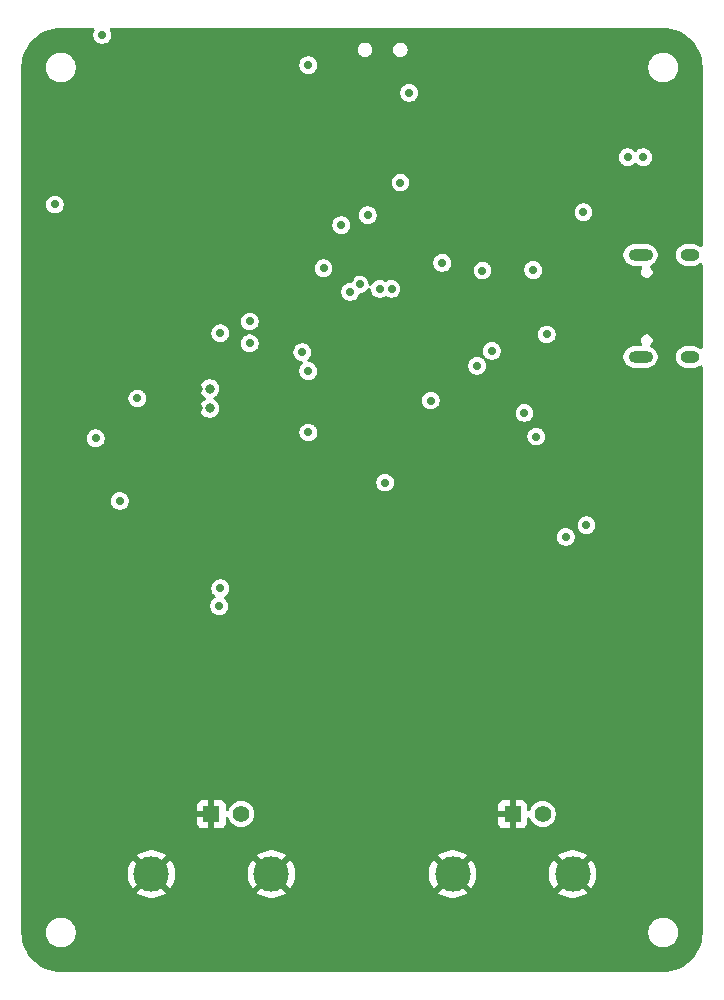
<source format=gbr>
%TF.GenerationSoftware,KiCad,Pcbnew,9.0.6*%
%TF.CreationDate,2025-12-09T00:58:21-06:00*%
%TF.ProjectId,Mixed_Signal_generator_analyzer,4d697865-645f-4536-9967-6e616c5f6765,rev?*%
%TF.SameCoordinates,Original*%
%TF.FileFunction,Copper,L3,Inr*%
%TF.FilePolarity,Positive*%
%FSLAX46Y46*%
G04 Gerber Fmt 4.6, Leading zero omitted, Abs format (unit mm)*
G04 Created by KiCad (PCBNEW 9.0.6) date 2025-12-09 00:58:21*
%MOMM*%
%LPD*%
G01*
G04 APERTURE LIST*
%TA.AperFunction,HeatsinkPad*%
%ADD10O,2.100000X1.000000*%
%TD*%
%TA.AperFunction,HeatsinkPad*%
%ADD11O,1.600000X1.000000*%
%TD*%
%TA.AperFunction,ComponentPad*%
%ADD12R,1.400000X1.400000*%
%TD*%
%TA.AperFunction,ComponentPad*%
%ADD13C,1.400000*%
%TD*%
%TA.AperFunction,ComponentPad*%
%ADD14C,3.000000*%
%TD*%
%TA.AperFunction,ViaPad*%
%ADD15C,0.700000*%
%TD*%
%TA.AperFunction,ViaPad*%
%ADD16C,0.800000*%
%TD*%
G04 APERTURE END LIST*
D10*
%TO.N,unconnected-(J2-SHIELD-PadS1)_2*%
%TO.C,J2*%
X138080000Y-78770000D03*
D11*
%TO.N,unconnected-(J2-SHIELD-PadS1)_3*%
X142260000Y-78770000D03*
D10*
%TO.N,unconnected-(J2-SHIELD-PadS1)*%
X138080000Y-70130000D03*
D11*
%TO.N,unconnected-(J2-SHIELD-PadS1)_1*%
X142260000Y-70130000D03*
%TD*%
D12*
%TO.N,GND*%
%TO.C,J5*%
X127250000Y-117460000D03*
D13*
%TO.N,/DAC/OUT*%
X129790000Y-117460000D03*
D14*
%TO.N,GND*%
X122170000Y-122540000D03*
X132330000Y-122540000D03*
%TD*%
D12*
%TO.N,GND*%
%TO.C,J4*%
X101750000Y-117460000D03*
D13*
%TO.N,Net-(D8-A2)*%
X104290000Y-117460000D03*
D14*
%TO.N,GND*%
X96670000Y-122540000D03*
X106830000Y-122540000D03*
%TD*%
D15*
%TO.N,+3.3VA*%
X102400000Y-99850000D03*
X94000000Y-90950000D03*
X102500000Y-98350000D03*
X95480000Y-82270000D03*
X109450000Y-78350000D03*
%TO.N,GND*%
X106200000Y-61000000D03*
X108800000Y-75150000D03*
D16*
X132050000Y-71500000D03*
D15*
X112000000Y-94050000D03*
X110600000Y-94050000D03*
X135500000Y-64950000D03*
X112750000Y-110750000D03*
X100275000Y-95850000D03*
X112000000Y-96150000D03*
X114200000Y-65950000D03*
X116500000Y-116750000D03*
X126650000Y-93700000D03*
X110400000Y-78950000D03*
D16*
X135850000Y-77842104D03*
D15*
X139000000Y-86750000D03*
X102500000Y-101900000D03*
X94750000Y-102350000D03*
X106500000Y-94250000D03*
X133250000Y-67600000D03*
X136500000Y-86750000D03*
X102500000Y-97250000D03*
X111500000Y-114250000D03*
D16*
X133412500Y-81150000D03*
D15*
X126500000Y-111750000D03*
X91225000Y-96525000D03*
X94000000Y-64250000D03*
X100500000Y-106250000D03*
X127500000Y-82700000D03*
X106500000Y-91750000D03*
X100950000Y-51650000D03*
X131250000Y-76660000D03*
X124000000Y-66750000D03*
X119600000Y-56400000D03*
D16*
X135850000Y-71050000D03*
D15*
X113450000Y-72150000D03*
X96850000Y-92700000D03*
X136500000Y-89250000D03*
X136500000Y-101750000D03*
X129175000Y-93300000D03*
X111300000Y-51750000D03*
X109400000Y-70600000D03*
X114000000Y-119250000D03*
X125800000Y-71450000D03*
X124750000Y-77450000D03*
X98750000Y-58150000D03*
X86500000Y-104250000D03*
X105100000Y-100475000D03*
X107350000Y-75150000D03*
X139000000Y-89250000D03*
X101750000Y-75950000D03*
X92850000Y-61050000D03*
X111500000Y-116750000D03*
X121200000Y-51775000D03*
X138250000Y-80750000D03*
X121500000Y-111750000D03*
X113300000Y-95050000D03*
X131500000Y-62800000D03*
X111875000Y-66800000D03*
X139000000Y-104250000D03*
X111500000Y-91750000D03*
X131150000Y-100100000D03*
X90500000Y-67000000D03*
X128150000Y-65250000D03*
X93600000Y-51350000D03*
X108500000Y-52950000D03*
D16*
X100600000Y-81450000D03*
D15*
X102775000Y-61000000D03*
X110000000Y-52950000D03*
X117750000Y-72200000D03*
X116500000Y-114250000D03*
X89000000Y-109250000D03*
X115000000Y-73500000D03*
X96500000Y-76750000D03*
X121500000Y-94250000D03*
X87855000Y-85650000D03*
X121500000Y-99250000D03*
X89000000Y-106750000D03*
X101400000Y-94559999D03*
X86500000Y-109250000D03*
X94000000Y-66750000D03*
X91500000Y-104250000D03*
X104750000Y-51650000D03*
X95550000Y-92350000D03*
X134600000Y-93000000D03*
D16*
X100600000Y-83100000D03*
D15*
X139050000Y-65900000D03*
X91500000Y-106750000D03*
X104000000Y-91750000D03*
X110600000Y-95050000D03*
X99225000Y-61000000D03*
X116500000Y-119250000D03*
X111500000Y-119250000D03*
D16*
X131612500Y-81150000D03*
D15*
X113300000Y-94050000D03*
X102950000Y-106925000D03*
X133500000Y-104000000D03*
X121500000Y-96750000D03*
X109000000Y-89250000D03*
X117550000Y-89400000D03*
X118500000Y-64800000D03*
X141500000Y-101750000D03*
X139000000Y-91750000D03*
X141500000Y-86750000D03*
D16*
X136150000Y-78942104D03*
D15*
X102125000Y-69175000D03*
D16*
X136150000Y-69950000D03*
D15*
X91950000Y-84550000D03*
X136500000Y-104250000D03*
X124000000Y-109250000D03*
X103900000Y-77500000D03*
X124250000Y-80600000D03*
X124000000Y-69250000D03*
X103500000Y-51650000D03*
X96500000Y-64250000D03*
X95000000Y-56250000D03*
X114000000Y-55900000D03*
X138250000Y-68250000D03*
X132710000Y-73990000D03*
X112500000Y-108000000D03*
X109000000Y-91750000D03*
X127225000Y-88625000D03*
X91225000Y-97325000D03*
X141500000Y-106750000D03*
X132850000Y-94050000D03*
X138300000Y-62950000D03*
X104525000Y-71975000D03*
X111300000Y-53750000D03*
X131500000Y-105000000D03*
X136500000Y-106750000D03*
X131250000Y-97750000D03*
X121750000Y-59250000D03*
X129200000Y-70300000D03*
X105075000Y-107000000D03*
X120200000Y-70800000D03*
X124000000Y-94250000D03*
X96850000Y-91950000D03*
X139000000Y-106750000D03*
X104000000Y-94250000D03*
X91500000Y-76750000D03*
X124800000Y-104975000D03*
X124000000Y-59250000D03*
X87400000Y-65850000D03*
X103900000Y-75950000D03*
X127400000Y-64750000D03*
X114000000Y-116750000D03*
X134300000Y-64950000D03*
X97080000Y-54900000D03*
X137150000Y-60750000D03*
X89000000Y-104250000D03*
X95750000Y-101750000D03*
X103500000Y-99850000D03*
X121750000Y-56750000D03*
X118000000Y-109025000D03*
X96500000Y-66750000D03*
X136500000Y-91750000D03*
X139000000Y-101750000D03*
X101100000Y-113250000D03*
X124000000Y-62000000D03*
X112000000Y-95050000D03*
X110600000Y-96150000D03*
X97175000Y-88022794D03*
X91500000Y-109250000D03*
X121200000Y-53700000D03*
X108800000Y-85150000D03*
X95700000Y-58250000D03*
X118400000Y-72750000D03*
X124000000Y-96750000D03*
X92900000Y-90950000D03*
X130250000Y-62800000D03*
X111500000Y-89250000D03*
X124000000Y-64250000D03*
X112100000Y-70550000D03*
X94000000Y-76750000D03*
X121500000Y-109250000D03*
X124000000Y-111750000D03*
X118000000Y-77750000D03*
X126500000Y-109250000D03*
X141500000Y-91750000D03*
X124000000Y-99250000D03*
X94350000Y-82250000D03*
X128450000Y-84750000D03*
X126150000Y-113250000D03*
X124000000Y-56750000D03*
X114000000Y-114250000D03*
X141500000Y-89250000D03*
X141500000Y-104250000D03*
X86500000Y-106750000D03*
%TO.N,+5V*%
X130150000Y-76850000D03*
X91950000Y-85650000D03*
X129000000Y-71400000D03*
X116450000Y-89400000D03*
%TO.N,+3.3V*%
X109950000Y-79950000D03*
X121300000Y-70800000D03*
X109950000Y-85150000D03*
X92500000Y-51500000D03*
X109950000Y-54050000D03*
X137000000Y-61850000D03*
X133250000Y-66500000D03*
X120325000Y-82450000D03*
X118500000Y-56400000D03*
X138300000Y-61850000D03*
X88500000Y-65850000D03*
X112750000Y-67600000D03*
X124700000Y-71450000D03*
%TO.N,/MCU/NRST*%
X111250000Y-71250000D03*
X113500000Y-73250000D03*
D16*
%TO.N,SPI1_NSS*%
X101600000Y-81450000D03*
X101600000Y-83100000D03*
D15*
%TO.N,/MCU/TIM4_CH1*%
X105000000Y-77610003D03*
X117000000Y-73000000D03*
%TO.N,/MCU/BOOT0*%
X117750000Y-64000000D03*
X115000000Y-66750000D03*
%TO.N,/MCU/TIM4_CH2*%
X102500000Y-76750000D03*
X116000000Y-73000000D03*
%TO.N,/MCU/TIM4_CH3*%
X114298492Y-72619397D03*
X105000000Y-75750000D03*
%TO.N,SPI2_NSS*%
X125500000Y-78250000D03*
X124250000Y-79500000D03*
%TO.N,DAC_NLDAC*%
X128250000Y-83500000D03*
X133500000Y-93000000D03*
%TO.N,DAC_NCLR*%
X129250000Y-85500000D03*
X131750000Y-94000000D03*
%TD*%
%TA.AperFunction,Conductor*%
%TO.N,GND*%
G36*
X91787013Y-50930462D02*
G01*
X91841551Y-50985000D01*
X91861513Y-51059500D01*
X91841551Y-51134000D01*
X91836404Y-51142278D01*
X91834916Y-51144504D01*
X91778341Y-51281088D01*
X91749500Y-51426078D01*
X91749500Y-51573921D01*
X91778341Y-51718911D01*
X91834916Y-51855497D01*
X91900532Y-51953697D01*
X91917049Y-51978416D01*
X92021584Y-52082951D01*
X92070685Y-52115759D01*
X92144502Y-52165083D01*
X92175444Y-52177899D01*
X92281087Y-52221658D01*
X92426082Y-52250500D01*
X92426086Y-52250500D01*
X92573914Y-52250500D01*
X92573918Y-52250500D01*
X92718913Y-52221658D01*
X92855495Y-52165084D01*
X92855495Y-52165083D01*
X92855497Y-52165083D01*
X92893784Y-52139500D01*
X92978416Y-52082951D01*
X93082951Y-51978416D01*
X93165084Y-51855495D01*
X93221658Y-51718913D01*
X93250500Y-51573918D01*
X93250500Y-51426082D01*
X93221658Y-51281087D01*
X93165084Y-51144505D01*
X93163596Y-51142278D01*
X93163077Y-51140750D01*
X93161631Y-51138044D01*
X93162077Y-51137805D01*
X93138806Y-51069242D01*
X93153854Y-50993596D01*
X93204709Y-50935609D01*
X93277745Y-50910819D01*
X93287487Y-50910500D01*
X139963367Y-50910500D01*
X139996095Y-50910500D01*
X140003892Y-50910703D01*
X140341275Y-50928385D01*
X140356780Y-50930014D01*
X140686612Y-50982255D01*
X140701867Y-50985498D01*
X141024422Y-51071926D01*
X141039239Y-51076740D01*
X141351015Y-51196419D01*
X141365252Y-51202758D01*
X141518980Y-51281087D01*
X141662794Y-51354364D01*
X141676300Y-51362162D01*
X141774735Y-51426086D01*
X141956361Y-51544036D01*
X141968969Y-51553196D01*
X142173611Y-51718911D01*
X142228495Y-51763355D01*
X142240085Y-51773791D01*
X142476208Y-52009914D01*
X142486644Y-52021504D01*
X142692561Y-52275791D01*
X142696800Y-52281025D01*
X142705967Y-52293643D01*
X142887837Y-52573699D01*
X142895635Y-52587205D01*
X143047238Y-52884742D01*
X143053582Y-52898990D01*
X143173256Y-53210752D01*
X143178075Y-53225585D01*
X143264501Y-53548132D01*
X143267744Y-53563387D01*
X143319984Y-53893216D01*
X143321614Y-53908727D01*
X143339296Y-54246107D01*
X143339500Y-54253905D01*
X143339500Y-69289063D01*
X143319538Y-69363563D01*
X143265000Y-69418101D01*
X143190500Y-69438063D01*
X143116000Y-69418101D01*
X143107720Y-69412952D01*
X142986549Y-69331987D01*
X142986546Y-69331986D01*
X142822667Y-69264106D01*
X142822663Y-69264105D01*
X142648691Y-69229500D01*
X141871309Y-69229500D01*
X141697336Y-69264105D01*
X141697332Y-69264106D01*
X141533453Y-69331986D01*
X141533451Y-69331987D01*
X141385968Y-69430533D01*
X141385963Y-69430537D01*
X141260537Y-69555963D01*
X141260533Y-69555968D01*
X141161987Y-69703451D01*
X141161986Y-69703453D01*
X141094106Y-69867332D01*
X141094105Y-69867336D01*
X141059500Y-70041308D01*
X141059500Y-70218691D01*
X141094105Y-70392663D01*
X141094106Y-70392667D01*
X141161986Y-70556546D01*
X141161987Y-70556548D01*
X141260533Y-70704031D01*
X141260536Y-70704035D01*
X141385965Y-70829464D01*
X141385968Y-70829466D01*
X141533451Y-70928012D01*
X141533453Y-70928013D01*
X141697334Y-70995894D01*
X141871309Y-71030500D01*
X142648691Y-71030500D01*
X142822666Y-70995894D01*
X142986547Y-70928013D01*
X143107719Y-70847048D01*
X143180754Y-70822255D01*
X143256400Y-70837302D01*
X143314388Y-70888155D01*
X143339181Y-70961190D01*
X143339500Y-70970936D01*
X143339500Y-77929063D01*
X143319538Y-78003563D01*
X143265000Y-78058101D01*
X143190500Y-78078063D01*
X143116000Y-78058101D01*
X143107720Y-78052952D01*
X142986549Y-77971987D01*
X142986546Y-77971986D01*
X142822667Y-77904106D01*
X142822663Y-77904105D01*
X142648691Y-77869500D01*
X141871309Y-77869500D01*
X141697336Y-77904105D01*
X141697332Y-77904106D01*
X141533453Y-77971986D01*
X141533451Y-77971987D01*
X141385968Y-78070533D01*
X141385963Y-78070537D01*
X141260537Y-78195963D01*
X141260533Y-78195968D01*
X141161987Y-78343451D01*
X141161986Y-78343453D01*
X141094106Y-78507332D01*
X141094105Y-78507336D01*
X141059500Y-78681308D01*
X141059500Y-78858691D01*
X141094105Y-79032663D01*
X141094106Y-79032667D01*
X141161986Y-79196546D01*
X141161987Y-79196548D01*
X141247149Y-79324000D01*
X141260536Y-79344035D01*
X141385965Y-79469464D01*
X141385968Y-79469466D01*
X141533451Y-79568012D01*
X141533453Y-79568013D01*
X141697334Y-79635894D01*
X141871309Y-79670500D01*
X142648691Y-79670500D01*
X142822666Y-79635894D01*
X142986547Y-79568013D01*
X143107719Y-79487048D01*
X143180754Y-79462255D01*
X143256400Y-79477302D01*
X143314388Y-79528155D01*
X143339181Y-79601190D01*
X143339500Y-79610936D01*
X143339500Y-127496094D01*
X143339296Y-127503892D01*
X143321614Y-127841272D01*
X143319984Y-127856783D01*
X143267744Y-128186612D01*
X143264501Y-128201867D01*
X143178075Y-128524414D01*
X143173256Y-128539247D01*
X143053582Y-128851009D01*
X143047238Y-128865257D01*
X142895635Y-129162794D01*
X142887837Y-129176300D01*
X142705967Y-129456356D01*
X142696800Y-129468974D01*
X142486644Y-129728495D01*
X142476208Y-129740085D01*
X142240085Y-129976208D01*
X142228495Y-129986644D01*
X141968974Y-130196800D01*
X141956356Y-130205967D01*
X141676300Y-130387837D01*
X141662794Y-130395635D01*
X141365257Y-130547238D01*
X141351009Y-130553582D01*
X141039247Y-130673256D01*
X141024414Y-130678075D01*
X140701867Y-130764501D01*
X140686612Y-130767744D01*
X140356783Y-130819984D01*
X140341272Y-130821614D01*
X140003893Y-130839296D01*
X139996095Y-130839500D01*
X89003905Y-130839500D01*
X88996107Y-130839296D01*
X88658727Y-130821614D01*
X88643216Y-130819984D01*
X88313387Y-130767744D01*
X88298132Y-130764501D01*
X87975585Y-130678075D01*
X87960752Y-130673256D01*
X87648990Y-130553582D01*
X87634742Y-130547238D01*
X87337205Y-130395635D01*
X87323699Y-130387837D01*
X87043643Y-130205967D01*
X87031025Y-130196800D01*
X86771504Y-129986644D01*
X86759914Y-129976208D01*
X86523791Y-129740085D01*
X86513355Y-129728495D01*
X86303199Y-129468974D01*
X86294032Y-129456356D01*
X86247136Y-129384143D01*
X86112162Y-129176300D01*
X86104364Y-129162794D01*
X85952761Y-128865257D01*
X85946417Y-128851009D01*
X85876225Y-128668151D01*
X85826740Y-128539239D01*
X85821926Y-128524422D01*
X85735498Y-128201867D01*
X85732255Y-128186612D01*
X85680015Y-127856783D01*
X85678385Y-127841272D01*
X85660704Y-127503892D01*
X85660500Y-127496094D01*
X85660500Y-127400796D01*
X87739500Y-127400796D01*
X87739500Y-127599204D01*
X87770537Y-127795167D01*
X87831847Y-127983860D01*
X87831851Y-127983869D01*
X87921924Y-128160649D01*
X88038541Y-128321157D01*
X88038544Y-128321161D01*
X88178839Y-128461456D01*
X88178842Y-128461458D01*
X88339350Y-128578075D01*
X88339354Y-128578077D01*
X88516136Y-128668151D01*
X88704832Y-128729463D01*
X88900796Y-128760500D01*
X88900801Y-128760500D01*
X89099199Y-128760500D01*
X89099204Y-128760500D01*
X89295168Y-128729463D01*
X89483864Y-128668151D01*
X89660646Y-128578077D01*
X89821161Y-128461456D01*
X89961456Y-128321161D01*
X90078077Y-128160646D01*
X90168151Y-127983864D01*
X90229463Y-127795168D01*
X90260500Y-127599204D01*
X90260500Y-127400796D01*
X138739500Y-127400796D01*
X138739500Y-127599204D01*
X138770537Y-127795167D01*
X138831847Y-127983860D01*
X138831851Y-127983869D01*
X138921924Y-128160649D01*
X139038541Y-128321157D01*
X139038544Y-128321161D01*
X139178839Y-128461456D01*
X139178842Y-128461458D01*
X139339350Y-128578075D01*
X139339354Y-128578077D01*
X139516136Y-128668151D01*
X139704832Y-128729463D01*
X139900796Y-128760500D01*
X139900801Y-128760500D01*
X140099199Y-128760500D01*
X140099204Y-128760500D01*
X140295168Y-128729463D01*
X140483864Y-128668151D01*
X140660646Y-128578077D01*
X140821161Y-128461456D01*
X140961456Y-128321161D01*
X141078077Y-128160646D01*
X141168151Y-127983864D01*
X141229463Y-127795168D01*
X141260500Y-127599204D01*
X141260500Y-127400796D01*
X141229463Y-127204832D01*
X141168151Y-127016136D01*
X141078077Y-126839354D01*
X141078075Y-126839350D01*
X140961458Y-126678842D01*
X140961456Y-126678839D01*
X140821161Y-126538544D01*
X140821157Y-126538541D01*
X140660649Y-126421924D01*
X140483869Y-126331851D01*
X140483860Y-126331847D01*
X140354969Y-126289967D01*
X140295168Y-126270537D01*
X140099204Y-126239500D01*
X139900796Y-126239500D01*
X139704832Y-126270537D01*
X139516139Y-126331847D01*
X139516130Y-126331851D01*
X139339350Y-126421924D01*
X139178842Y-126538541D01*
X139038541Y-126678842D01*
X138921924Y-126839350D01*
X138831851Y-127016130D01*
X138831847Y-127016139D01*
X138770537Y-127204832D01*
X138739500Y-127400796D01*
X90260500Y-127400796D01*
X90229463Y-127204832D01*
X90168151Y-127016136D01*
X90078077Y-126839354D01*
X90078075Y-126839350D01*
X89961458Y-126678842D01*
X89961456Y-126678839D01*
X89821161Y-126538544D01*
X89821157Y-126538541D01*
X89660649Y-126421924D01*
X89483869Y-126331851D01*
X89483860Y-126331847D01*
X89354969Y-126289967D01*
X89295168Y-126270537D01*
X89099204Y-126239500D01*
X88900796Y-126239500D01*
X88704832Y-126270537D01*
X88516139Y-126331847D01*
X88516130Y-126331851D01*
X88339350Y-126421924D01*
X88178842Y-126538541D01*
X88038541Y-126678842D01*
X87921924Y-126839350D01*
X87831851Y-127016130D01*
X87831847Y-127016139D01*
X87770537Y-127204832D01*
X87739500Y-127400796D01*
X85660500Y-127400796D01*
X85660500Y-122408907D01*
X94670000Y-122408907D01*
X94670000Y-122671092D01*
X94704218Y-122931007D01*
X94704219Y-122931012D01*
X94772074Y-123184254D01*
X94772074Y-123184255D01*
X94872408Y-123426479D01*
X95003492Y-123653522D01*
X95090079Y-123766365D01*
X95807425Y-123049018D01*
X95893249Y-123177463D01*
X96032537Y-123316751D01*
X96160979Y-123402573D01*
X95443633Y-124119920D01*
X95556477Y-124206507D01*
X95783520Y-124337591D01*
X96025744Y-124437925D01*
X96278987Y-124505780D01*
X96278992Y-124505781D01*
X96538907Y-124539999D01*
X96538911Y-124540000D01*
X96801089Y-124540000D01*
X96801092Y-124539999D01*
X97061007Y-124505781D01*
X97061012Y-124505780D01*
X97314254Y-124437925D01*
X97314255Y-124437925D01*
X97556479Y-124337591D01*
X97783526Y-124206505D01*
X97783528Y-124206504D01*
X97896366Y-124119920D01*
X97179020Y-123402574D01*
X97307463Y-123316751D01*
X97446751Y-123177463D01*
X97532574Y-123049019D01*
X98249920Y-123766365D01*
X98336504Y-123653528D01*
X98336505Y-123653526D01*
X98467591Y-123426479D01*
X98567925Y-123184255D01*
X98567925Y-123184254D01*
X98635780Y-122931012D01*
X98635781Y-122931007D01*
X98669999Y-122671092D01*
X98670000Y-122671088D01*
X98670000Y-122408911D01*
X98669999Y-122408907D01*
X104830000Y-122408907D01*
X104830000Y-122671092D01*
X104864218Y-122931007D01*
X104864219Y-122931012D01*
X104932074Y-123184254D01*
X104932074Y-123184255D01*
X105032408Y-123426479D01*
X105163492Y-123653522D01*
X105250079Y-123766365D01*
X105967425Y-123049018D01*
X106053249Y-123177463D01*
X106192537Y-123316751D01*
X106320979Y-123402573D01*
X105603633Y-124119920D01*
X105716477Y-124206507D01*
X105943520Y-124337591D01*
X106185744Y-124437925D01*
X106438987Y-124505780D01*
X106438992Y-124505781D01*
X106698907Y-124539999D01*
X106698911Y-124540000D01*
X106961089Y-124540000D01*
X106961092Y-124539999D01*
X107221007Y-124505781D01*
X107221012Y-124505780D01*
X107474254Y-124437925D01*
X107474255Y-124437925D01*
X107716479Y-124337591D01*
X107943526Y-124206505D01*
X107943528Y-124206504D01*
X108056366Y-124119920D01*
X107339020Y-123402574D01*
X107467463Y-123316751D01*
X107606751Y-123177463D01*
X107692574Y-123049019D01*
X108409920Y-123766365D01*
X108496504Y-123653528D01*
X108496505Y-123653526D01*
X108627591Y-123426479D01*
X108727925Y-123184255D01*
X108727925Y-123184254D01*
X108795780Y-122931012D01*
X108795781Y-122931007D01*
X108829999Y-122671092D01*
X108830000Y-122671088D01*
X108830000Y-122408911D01*
X108829999Y-122408907D01*
X120170000Y-122408907D01*
X120170000Y-122671092D01*
X120204218Y-122931007D01*
X120204219Y-122931012D01*
X120272074Y-123184254D01*
X120272074Y-123184255D01*
X120372408Y-123426479D01*
X120503492Y-123653522D01*
X120590079Y-123766365D01*
X121307425Y-123049018D01*
X121393249Y-123177463D01*
X121532537Y-123316751D01*
X121660979Y-123402573D01*
X120943633Y-124119920D01*
X121056477Y-124206507D01*
X121283520Y-124337591D01*
X121525744Y-124437925D01*
X121778987Y-124505780D01*
X121778992Y-124505781D01*
X122038907Y-124539999D01*
X122038911Y-124540000D01*
X122301089Y-124540000D01*
X122301092Y-124539999D01*
X122561007Y-124505781D01*
X122561012Y-124505780D01*
X122814254Y-124437925D01*
X122814255Y-124437925D01*
X123056479Y-124337591D01*
X123283526Y-124206505D01*
X123283528Y-124206504D01*
X123396366Y-124119920D01*
X122679020Y-123402574D01*
X122807463Y-123316751D01*
X122946751Y-123177463D01*
X123032574Y-123049019D01*
X123749920Y-123766365D01*
X123836504Y-123653528D01*
X123836505Y-123653526D01*
X123967591Y-123426479D01*
X124067925Y-123184255D01*
X124067925Y-123184254D01*
X124135780Y-122931012D01*
X124135781Y-122931007D01*
X124169999Y-122671092D01*
X124170000Y-122671088D01*
X124170000Y-122408911D01*
X124169999Y-122408907D01*
X130330000Y-122408907D01*
X130330000Y-122671092D01*
X130364218Y-122931007D01*
X130364219Y-122931012D01*
X130432074Y-123184254D01*
X130432074Y-123184255D01*
X130532408Y-123426479D01*
X130663492Y-123653522D01*
X130750079Y-123766365D01*
X131467425Y-123049018D01*
X131553249Y-123177463D01*
X131692537Y-123316751D01*
X131820979Y-123402573D01*
X131103633Y-124119920D01*
X131216477Y-124206507D01*
X131443520Y-124337591D01*
X131685744Y-124437925D01*
X131938987Y-124505780D01*
X131938992Y-124505781D01*
X132198907Y-124539999D01*
X132198911Y-124540000D01*
X132461089Y-124540000D01*
X132461092Y-124539999D01*
X132721007Y-124505781D01*
X132721012Y-124505780D01*
X132974254Y-124437925D01*
X132974255Y-124437925D01*
X133216479Y-124337591D01*
X133443526Y-124206505D01*
X133443528Y-124206504D01*
X133556366Y-124119920D01*
X132839020Y-123402574D01*
X132967463Y-123316751D01*
X133106751Y-123177463D01*
X133192574Y-123049019D01*
X133909920Y-123766365D01*
X133996504Y-123653528D01*
X133996505Y-123653526D01*
X134127591Y-123426479D01*
X134227925Y-123184255D01*
X134227925Y-123184254D01*
X134295780Y-122931012D01*
X134295781Y-122931007D01*
X134329999Y-122671092D01*
X134330000Y-122671088D01*
X134330000Y-122408911D01*
X134329999Y-122408907D01*
X134295781Y-122148992D01*
X134295780Y-122148987D01*
X134227925Y-121895745D01*
X134227925Y-121895744D01*
X134127591Y-121653520D01*
X133996507Y-121426477D01*
X133909920Y-121313633D01*
X133192573Y-122030979D01*
X133106751Y-121902537D01*
X132967463Y-121763249D01*
X132839018Y-121677425D01*
X133556365Y-120960079D01*
X133443522Y-120873492D01*
X133216479Y-120742408D01*
X132974255Y-120642074D01*
X132721012Y-120574219D01*
X132721007Y-120574218D01*
X132461092Y-120540000D01*
X132198907Y-120540000D01*
X131938992Y-120574218D01*
X131938987Y-120574219D01*
X131685745Y-120642074D01*
X131685744Y-120642074D01*
X131443520Y-120742408D01*
X131216472Y-120873495D01*
X131103633Y-120960078D01*
X131103633Y-120960079D01*
X131820979Y-121677425D01*
X131692537Y-121763249D01*
X131553249Y-121902537D01*
X131467425Y-122030979D01*
X130750079Y-121313633D01*
X130750078Y-121313633D01*
X130663495Y-121426472D01*
X130532408Y-121653520D01*
X130432074Y-121895744D01*
X130432074Y-121895745D01*
X130364219Y-122148987D01*
X130364218Y-122148992D01*
X130330000Y-122408907D01*
X124169999Y-122408907D01*
X124135781Y-122148992D01*
X124135780Y-122148987D01*
X124067925Y-121895745D01*
X124067925Y-121895744D01*
X123967591Y-121653520D01*
X123836507Y-121426477D01*
X123749920Y-121313633D01*
X123032573Y-122030979D01*
X122946751Y-121902537D01*
X122807463Y-121763249D01*
X122679018Y-121677425D01*
X123396365Y-120960079D01*
X123283522Y-120873492D01*
X123056479Y-120742408D01*
X122814255Y-120642074D01*
X122561012Y-120574219D01*
X122561007Y-120574218D01*
X122301092Y-120540000D01*
X122038907Y-120540000D01*
X121778992Y-120574218D01*
X121778987Y-120574219D01*
X121525745Y-120642074D01*
X121525744Y-120642074D01*
X121283520Y-120742408D01*
X121056472Y-120873495D01*
X120943633Y-120960078D01*
X120943633Y-120960079D01*
X121660979Y-121677425D01*
X121532537Y-121763249D01*
X121393249Y-121902537D01*
X121307425Y-122030979D01*
X120590079Y-121313633D01*
X120590078Y-121313633D01*
X120503495Y-121426472D01*
X120372408Y-121653520D01*
X120272074Y-121895744D01*
X120272074Y-121895745D01*
X120204219Y-122148987D01*
X120204218Y-122148992D01*
X120170000Y-122408907D01*
X108829999Y-122408907D01*
X108795781Y-122148992D01*
X108795780Y-122148987D01*
X108727925Y-121895745D01*
X108727925Y-121895744D01*
X108627591Y-121653520D01*
X108496507Y-121426477D01*
X108409920Y-121313633D01*
X107692573Y-122030979D01*
X107606751Y-121902537D01*
X107467463Y-121763249D01*
X107339018Y-121677425D01*
X108056365Y-120960079D01*
X107943522Y-120873492D01*
X107716479Y-120742408D01*
X107474255Y-120642074D01*
X107221012Y-120574219D01*
X107221007Y-120574218D01*
X106961092Y-120540000D01*
X106698907Y-120540000D01*
X106438992Y-120574218D01*
X106438987Y-120574219D01*
X106185745Y-120642074D01*
X106185744Y-120642074D01*
X105943520Y-120742408D01*
X105716472Y-120873495D01*
X105603633Y-120960078D01*
X105603633Y-120960079D01*
X106320979Y-121677425D01*
X106192537Y-121763249D01*
X106053249Y-121902537D01*
X105967425Y-122030979D01*
X105250079Y-121313633D01*
X105250078Y-121313633D01*
X105163495Y-121426472D01*
X105032408Y-121653520D01*
X104932074Y-121895744D01*
X104932074Y-121895745D01*
X104864219Y-122148987D01*
X104864218Y-122148992D01*
X104830000Y-122408907D01*
X98669999Y-122408907D01*
X98635781Y-122148992D01*
X98635780Y-122148987D01*
X98567925Y-121895745D01*
X98567925Y-121895744D01*
X98467591Y-121653520D01*
X98336507Y-121426477D01*
X98249920Y-121313633D01*
X97532573Y-122030979D01*
X97446751Y-121902537D01*
X97307463Y-121763249D01*
X97179018Y-121677425D01*
X97896365Y-120960079D01*
X97783522Y-120873492D01*
X97556479Y-120742408D01*
X97314255Y-120642074D01*
X97061012Y-120574219D01*
X97061007Y-120574218D01*
X96801092Y-120540000D01*
X96538907Y-120540000D01*
X96278992Y-120574218D01*
X96278987Y-120574219D01*
X96025745Y-120642074D01*
X96025744Y-120642074D01*
X95783520Y-120742408D01*
X95556472Y-120873495D01*
X95443633Y-120960078D01*
X95443633Y-120960079D01*
X96160979Y-121677425D01*
X96032537Y-121763249D01*
X95893249Y-121902537D01*
X95807425Y-122030979D01*
X95090079Y-121313633D01*
X95090078Y-121313633D01*
X95003495Y-121426472D01*
X94872408Y-121653520D01*
X94772074Y-121895744D01*
X94772074Y-121895745D01*
X94704219Y-122148987D01*
X94704218Y-122148992D01*
X94670000Y-122408907D01*
X85660500Y-122408907D01*
X85660500Y-116712177D01*
X100550000Y-116712177D01*
X100550000Y-117210000D01*
X101374722Y-117210000D01*
X101330667Y-117286306D01*
X101300000Y-117400756D01*
X101300000Y-117519244D01*
X101330667Y-117633694D01*
X101374722Y-117710000D01*
X100550000Y-117710000D01*
X100550000Y-118207822D01*
X100550001Y-118207842D01*
X100556401Y-118267377D01*
X100606645Y-118402084D01*
X100606650Y-118402094D01*
X100692809Y-118517187D01*
X100692812Y-118517190D01*
X100807905Y-118603349D01*
X100807915Y-118603354D01*
X100942623Y-118653598D01*
X100942621Y-118653598D01*
X101002157Y-118659998D01*
X101002177Y-118660000D01*
X101500000Y-118660000D01*
X101500000Y-117835277D01*
X101576306Y-117879333D01*
X101690756Y-117910000D01*
X101809244Y-117910000D01*
X101923694Y-117879333D01*
X102000000Y-117835277D01*
X102000000Y-118660000D01*
X102497823Y-118660000D01*
X102497842Y-118659998D01*
X102557377Y-118653598D01*
X102692084Y-118603354D01*
X102692094Y-118603349D01*
X102807187Y-118517190D01*
X102807190Y-118517187D01*
X102893349Y-118402094D01*
X102893354Y-118402084D01*
X102943598Y-118267377D01*
X102949998Y-118207842D01*
X102950000Y-118207822D01*
X102950000Y-117837943D01*
X102969962Y-117763443D01*
X103024500Y-117708905D01*
X103099000Y-117688943D01*
X103173500Y-117708905D01*
X103228038Y-117763443D01*
X103240705Y-117791895D01*
X103270127Y-117882445D01*
X103270130Y-117882450D01*
X103348771Y-118036793D01*
X103450583Y-118176924D01*
X103450586Y-118176928D01*
X103573072Y-118299414D01*
X103713212Y-118401232D01*
X103867555Y-118479873D01*
X104032299Y-118533402D01*
X104203389Y-118560500D01*
X104203393Y-118560500D01*
X104376607Y-118560500D01*
X104376611Y-118560500D01*
X104547701Y-118533402D01*
X104712445Y-118479873D01*
X104866788Y-118401232D01*
X105006928Y-118299414D01*
X105129414Y-118176928D01*
X105231232Y-118036788D01*
X105309873Y-117882445D01*
X105363402Y-117717701D01*
X105390500Y-117546611D01*
X105390500Y-117373389D01*
X105363402Y-117202299D01*
X105309873Y-117037555D01*
X105231232Y-116883212D01*
X105129414Y-116743072D01*
X105098519Y-116712177D01*
X126050000Y-116712177D01*
X126050000Y-117210000D01*
X126874722Y-117210000D01*
X126830667Y-117286306D01*
X126800000Y-117400756D01*
X126800000Y-117519244D01*
X126830667Y-117633694D01*
X126874722Y-117710000D01*
X126050000Y-117710000D01*
X126050000Y-118207822D01*
X126050001Y-118207842D01*
X126056401Y-118267377D01*
X126106645Y-118402084D01*
X126106650Y-118402094D01*
X126192809Y-118517187D01*
X126192812Y-118517190D01*
X126307905Y-118603349D01*
X126307915Y-118603354D01*
X126442623Y-118653598D01*
X126442621Y-118653598D01*
X126502157Y-118659998D01*
X126502177Y-118660000D01*
X127000000Y-118660000D01*
X127000000Y-117835277D01*
X127076306Y-117879333D01*
X127190756Y-117910000D01*
X127309244Y-117910000D01*
X127423694Y-117879333D01*
X127500000Y-117835277D01*
X127500000Y-118660000D01*
X127997823Y-118660000D01*
X127997842Y-118659998D01*
X128057377Y-118653598D01*
X128192084Y-118603354D01*
X128192094Y-118603349D01*
X128307187Y-118517190D01*
X128307190Y-118517187D01*
X128393349Y-118402094D01*
X128393354Y-118402084D01*
X128443598Y-118267377D01*
X128449998Y-118207842D01*
X128450000Y-118207822D01*
X128450000Y-117837943D01*
X128469962Y-117763443D01*
X128524500Y-117708905D01*
X128599000Y-117688943D01*
X128673500Y-117708905D01*
X128728038Y-117763443D01*
X128740705Y-117791895D01*
X128770127Y-117882445D01*
X128770130Y-117882450D01*
X128848771Y-118036793D01*
X128950583Y-118176924D01*
X128950586Y-118176928D01*
X129073072Y-118299414D01*
X129213212Y-118401232D01*
X129367555Y-118479873D01*
X129532299Y-118533402D01*
X129703389Y-118560500D01*
X129703393Y-118560500D01*
X129876607Y-118560500D01*
X129876611Y-118560500D01*
X130047701Y-118533402D01*
X130212445Y-118479873D01*
X130366788Y-118401232D01*
X130506928Y-118299414D01*
X130629414Y-118176928D01*
X130731232Y-118036788D01*
X130809873Y-117882445D01*
X130863402Y-117717701D01*
X130890500Y-117546611D01*
X130890500Y-117373389D01*
X130863402Y-117202299D01*
X130809873Y-117037555D01*
X130731232Y-116883212D01*
X130629414Y-116743072D01*
X130506928Y-116620586D01*
X130506924Y-116620583D01*
X130366793Y-116518771D01*
X130366790Y-116518769D01*
X130366788Y-116518768D01*
X130212445Y-116440127D01*
X130164821Y-116424653D01*
X130047700Y-116386597D01*
X129950086Y-116371137D01*
X129876611Y-116359500D01*
X129703389Y-116359500D01*
X129637037Y-116370009D01*
X129532299Y-116386597D01*
X129367561Y-116440125D01*
X129367555Y-116440127D01*
X129367549Y-116440129D01*
X129367549Y-116440130D01*
X129213206Y-116518771D01*
X129073075Y-116620583D01*
X128950583Y-116743075D01*
X128848771Y-116883206D01*
X128848768Y-116883212D01*
X128770127Y-117037555D01*
X128749867Y-117099910D01*
X128740707Y-117128100D01*
X128698700Y-117192785D01*
X128629978Y-117227800D01*
X128552956Y-117223763D01*
X128488271Y-117181756D01*
X128453256Y-117113034D01*
X128450000Y-117082056D01*
X128450000Y-116712177D01*
X128449998Y-116712157D01*
X128443598Y-116652622D01*
X128393354Y-116517915D01*
X128393349Y-116517905D01*
X128307190Y-116402812D01*
X128307187Y-116402809D01*
X128192094Y-116316650D01*
X128192084Y-116316645D01*
X128057376Y-116266401D01*
X128057378Y-116266401D01*
X127997842Y-116260001D01*
X127997823Y-116260000D01*
X127500000Y-116260000D01*
X127500000Y-117084722D01*
X127423694Y-117040667D01*
X127309244Y-117010000D01*
X127190756Y-117010000D01*
X127076306Y-117040667D01*
X127000000Y-117084722D01*
X127000000Y-116260000D01*
X126502177Y-116260000D01*
X126502157Y-116260001D01*
X126442622Y-116266401D01*
X126307915Y-116316645D01*
X126307905Y-116316650D01*
X126192812Y-116402809D01*
X126192809Y-116402812D01*
X126106650Y-116517905D01*
X126106645Y-116517915D01*
X126056401Y-116652622D01*
X126050001Y-116712157D01*
X126050000Y-116712177D01*
X105098519Y-116712177D01*
X105006928Y-116620586D01*
X105006924Y-116620583D01*
X104866793Y-116518771D01*
X104866790Y-116518769D01*
X104866788Y-116518768D01*
X104712445Y-116440127D01*
X104664821Y-116424653D01*
X104547700Y-116386597D01*
X104450086Y-116371137D01*
X104376611Y-116359500D01*
X104203389Y-116359500D01*
X104137037Y-116370009D01*
X104032299Y-116386597D01*
X103867561Y-116440125D01*
X103867555Y-116440127D01*
X103867549Y-116440129D01*
X103867549Y-116440130D01*
X103713206Y-116518771D01*
X103573075Y-116620583D01*
X103450583Y-116743075D01*
X103348771Y-116883206D01*
X103348768Y-116883212D01*
X103270127Y-117037555D01*
X103249867Y-117099910D01*
X103240707Y-117128100D01*
X103198700Y-117192785D01*
X103129978Y-117227800D01*
X103052956Y-117223763D01*
X102988271Y-117181756D01*
X102953256Y-117113034D01*
X102950000Y-117082056D01*
X102950000Y-116712177D01*
X102949998Y-116712157D01*
X102943598Y-116652622D01*
X102893354Y-116517915D01*
X102893349Y-116517905D01*
X102807190Y-116402812D01*
X102807187Y-116402809D01*
X102692094Y-116316650D01*
X102692084Y-116316645D01*
X102557376Y-116266401D01*
X102557378Y-116266401D01*
X102497842Y-116260001D01*
X102497823Y-116260000D01*
X102000000Y-116260000D01*
X102000000Y-117084722D01*
X101923694Y-117040667D01*
X101809244Y-117010000D01*
X101690756Y-117010000D01*
X101576306Y-117040667D01*
X101500000Y-117084722D01*
X101500000Y-116260000D01*
X101002177Y-116260000D01*
X101002157Y-116260001D01*
X100942622Y-116266401D01*
X100807915Y-116316645D01*
X100807905Y-116316650D01*
X100692812Y-116402809D01*
X100692809Y-116402812D01*
X100606650Y-116517905D01*
X100606645Y-116517915D01*
X100556401Y-116652622D01*
X100550001Y-116712157D01*
X100550000Y-116712177D01*
X85660500Y-116712177D01*
X85660500Y-99776078D01*
X101649500Y-99776078D01*
X101649500Y-99923921D01*
X101678341Y-100068911D01*
X101734916Y-100205497D01*
X101800532Y-100303697D01*
X101817049Y-100328416D01*
X101921584Y-100432951D01*
X101970685Y-100465759D01*
X102044502Y-100515083D01*
X102075444Y-100527899D01*
X102181087Y-100571658D01*
X102326082Y-100600500D01*
X102326086Y-100600500D01*
X102473914Y-100600500D01*
X102473918Y-100600500D01*
X102618913Y-100571658D01*
X102755495Y-100515084D01*
X102755495Y-100515083D01*
X102755497Y-100515083D01*
X102780213Y-100498567D01*
X102878416Y-100432951D01*
X102982951Y-100328416D01*
X103065084Y-100205495D01*
X103121658Y-100068913D01*
X103150500Y-99923918D01*
X103150500Y-99776082D01*
X103121658Y-99631087D01*
X103065084Y-99494505D01*
X103065083Y-99494502D01*
X103015759Y-99420685D01*
X102982951Y-99371584D01*
X102878416Y-99267049D01*
X102863821Y-99257297D01*
X102812968Y-99199310D01*
X102797921Y-99123664D01*
X102822713Y-99050629D01*
X102863822Y-99009520D01*
X102877040Y-99000688D01*
X102978416Y-98932951D01*
X103082951Y-98828416D01*
X103165084Y-98705495D01*
X103221658Y-98568913D01*
X103250500Y-98423918D01*
X103250500Y-98276082D01*
X103221658Y-98131087D01*
X103165084Y-97994505D01*
X103165083Y-97994502D01*
X103115759Y-97920685D01*
X103082951Y-97871584D01*
X102978416Y-97767049D01*
X102953697Y-97750532D01*
X102855497Y-97684916D01*
X102749852Y-97641157D01*
X102718913Y-97628342D01*
X102718911Y-97628341D01*
X102718912Y-97628341D01*
X102573921Y-97599500D01*
X102573918Y-97599500D01*
X102426082Y-97599500D01*
X102426078Y-97599500D01*
X102281088Y-97628341D01*
X102144502Y-97684916D01*
X102021585Y-97767048D01*
X102021580Y-97767052D01*
X101917052Y-97871580D01*
X101917048Y-97871585D01*
X101834916Y-97994502D01*
X101778341Y-98131088D01*
X101749500Y-98276078D01*
X101749500Y-98423921D01*
X101778341Y-98568911D01*
X101834916Y-98705497D01*
X101900532Y-98803697D01*
X101917049Y-98828416D01*
X102021584Y-98932951D01*
X102036178Y-98942702D01*
X102087030Y-99000688D01*
X102102078Y-99076334D01*
X102077287Y-99149369D01*
X102036178Y-99190478D01*
X101921587Y-99267046D01*
X101921580Y-99267052D01*
X101817052Y-99371580D01*
X101817048Y-99371585D01*
X101734916Y-99494502D01*
X101678341Y-99631088D01*
X101649500Y-99776078D01*
X85660500Y-99776078D01*
X85660500Y-93926078D01*
X130999500Y-93926078D01*
X130999500Y-94073921D01*
X131028341Y-94218911D01*
X131084916Y-94355497D01*
X131150532Y-94453697D01*
X131167049Y-94478416D01*
X131271584Y-94582951D01*
X131320685Y-94615759D01*
X131394502Y-94665083D01*
X131425444Y-94677899D01*
X131531087Y-94721658D01*
X131676082Y-94750500D01*
X131676086Y-94750500D01*
X131823914Y-94750500D01*
X131823918Y-94750500D01*
X131968913Y-94721658D01*
X132105495Y-94665084D01*
X132105495Y-94665083D01*
X132105497Y-94665083D01*
X132130213Y-94648567D01*
X132228416Y-94582951D01*
X132332951Y-94478416D01*
X132415084Y-94355495D01*
X132471658Y-94218913D01*
X132500500Y-94073918D01*
X132500500Y-93926082D01*
X132471658Y-93781087D01*
X132415084Y-93644505D01*
X132415083Y-93644502D01*
X132365759Y-93570685D01*
X132332951Y-93521584D01*
X132228416Y-93417049D01*
X132203697Y-93400532D01*
X132105497Y-93334916D01*
X131999852Y-93291157D01*
X131968913Y-93278342D01*
X131968911Y-93278341D01*
X131968912Y-93278341D01*
X131823921Y-93249500D01*
X131823918Y-93249500D01*
X131676082Y-93249500D01*
X131676078Y-93249500D01*
X131531088Y-93278341D01*
X131394502Y-93334916D01*
X131271585Y-93417048D01*
X131271580Y-93417052D01*
X131167052Y-93521580D01*
X131167048Y-93521585D01*
X131084916Y-93644502D01*
X131028341Y-93781088D01*
X130999500Y-93926078D01*
X85660500Y-93926078D01*
X85660500Y-92926078D01*
X132749500Y-92926078D01*
X132749500Y-93073921D01*
X132778341Y-93218911D01*
X132834916Y-93355497D01*
X132900532Y-93453697D01*
X132917049Y-93478416D01*
X133021584Y-93582951D01*
X133070685Y-93615759D01*
X133144502Y-93665083D01*
X133175444Y-93677899D01*
X133281087Y-93721658D01*
X133426082Y-93750500D01*
X133426086Y-93750500D01*
X133573914Y-93750500D01*
X133573918Y-93750500D01*
X133718913Y-93721658D01*
X133855495Y-93665084D01*
X133855495Y-93665083D01*
X133855497Y-93665083D01*
X133886298Y-93644502D01*
X133978416Y-93582951D01*
X134082951Y-93478416D01*
X134165084Y-93355495D01*
X134221658Y-93218913D01*
X134250500Y-93073918D01*
X134250500Y-92926082D01*
X134221658Y-92781087D01*
X134165084Y-92644505D01*
X134165083Y-92644502D01*
X134115759Y-92570685D01*
X134082951Y-92521584D01*
X133978416Y-92417049D01*
X133953697Y-92400532D01*
X133855497Y-92334916D01*
X133749852Y-92291157D01*
X133718913Y-92278342D01*
X133718911Y-92278341D01*
X133718912Y-92278341D01*
X133573921Y-92249500D01*
X133573918Y-92249500D01*
X133426082Y-92249500D01*
X133426078Y-92249500D01*
X133281088Y-92278341D01*
X133144502Y-92334916D01*
X133021585Y-92417048D01*
X133021580Y-92417052D01*
X132917052Y-92521580D01*
X132917048Y-92521585D01*
X132834916Y-92644502D01*
X132778341Y-92781088D01*
X132749500Y-92926078D01*
X85660500Y-92926078D01*
X85660500Y-90876078D01*
X93249500Y-90876078D01*
X93249500Y-91023921D01*
X93278341Y-91168911D01*
X93334916Y-91305497D01*
X93400532Y-91403697D01*
X93417049Y-91428416D01*
X93521584Y-91532951D01*
X93570685Y-91565759D01*
X93644502Y-91615083D01*
X93675444Y-91627899D01*
X93781087Y-91671658D01*
X93926082Y-91700500D01*
X93926086Y-91700500D01*
X94073914Y-91700500D01*
X94073918Y-91700500D01*
X94218913Y-91671658D01*
X94355495Y-91615084D01*
X94355495Y-91615083D01*
X94355497Y-91615083D01*
X94380213Y-91598567D01*
X94478416Y-91532951D01*
X94582951Y-91428416D01*
X94665084Y-91305495D01*
X94721658Y-91168913D01*
X94750500Y-91023918D01*
X94750500Y-90876082D01*
X94721658Y-90731087D01*
X94665084Y-90594505D01*
X94665083Y-90594502D01*
X94615759Y-90520685D01*
X94582951Y-90471584D01*
X94478416Y-90367049D01*
X94453697Y-90350532D01*
X94355497Y-90284916D01*
X94249852Y-90241157D01*
X94218913Y-90228342D01*
X94218911Y-90228341D01*
X94218912Y-90228341D01*
X94073921Y-90199500D01*
X94073918Y-90199500D01*
X93926082Y-90199500D01*
X93926078Y-90199500D01*
X93781088Y-90228341D01*
X93644502Y-90284916D01*
X93521585Y-90367048D01*
X93521580Y-90367052D01*
X93417052Y-90471580D01*
X93417048Y-90471585D01*
X93334916Y-90594502D01*
X93278341Y-90731088D01*
X93249500Y-90876078D01*
X85660500Y-90876078D01*
X85660500Y-89326078D01*
X115699500Y-89326078D01*
X115699500Y-89473921D01*
X115728341Y-89618911D01*
X115784916Y-89755497D01*
X115850532Y-89853697D01*
X115867049Y-89878416D01*
X115971584Y-89982951D01*
X116020685Y-90015759D01*
X116094502Y-90065083D01*
X116125444Y-90077899D01*
X116231087Y-90121658D01*
X116376082Y-90150500D01*
X116376086Y-90150500D01*
X116523914Y-90150500D01*
X116523918Y-90150500D01*
X116668913Y-90121658D01*
X116805495Y-90065084D01*
X116805495Y-90065083D01*
X116805497Y-90065083D01*
X116830213Y-90048567D01*
X116928416Y-89982951D01*
X117032951Y-89878416D01*
X117115084Y-89755495D01*
X117171658Y-89618913D01*
X117200500Y-89473918D01*
X117200500Y-89326082D01*
X117171658Y-89181087D01*
X117115084Y-89044505D01*
X117115083Y-89044502D01*
X117065759Y-88970685D01*
X117032951Y-88921584D01*
X116928416Y-88817049D01*
X116903697Y-88800532D01*
X116805497Y-88734916D01*
X116699852Y-88691157D01*
X116668913Y-88678342D01*
X116668911Y-88678341D01*
X116668912Y-88678341D01*
X116523921Y-88649500D01*
X116523918Y-88649500D01*
X116376082Y-88649500D01*
X116376078Y-88649500D01*
X116231088Y-88678341D01*
X116094502Y-88734916D01*
X115971585Y-88817048D01*
X115971580Y-88817052D01*
X115867052Y-88921580D01*
X115867048Y-88921585D01*
X115784916Y-89044502D01*
X115728341Y-89181088D01*
X115699500Y-89326078D01*
X85660500Y-89326078D01*
X85660500Y-85576078D01*
X91199500Y-85576078D01*
X91199500Y-85723921D01*
X91228341Y-85868911D01*
X91284916Y-86005497D01*
X91336670Y-86082951D01*
X91367049Y-86128416D01*
X91471584Y-86232951D01*
X91497848Y-86250500D01*
X91594502Y-86315083D01*
X91625444Y-86327899D01*
X91731087Y-86371658D01*
X91876082Y-86400500D01*
X91876086Y-86400500D01*
X92023914Y-86400500D01*
X92023918Y-86400500D01*
X92168913Y-86371658D01*
X92305495Y-86315084D01*
X92305495Y-86315083D01*
X92305497Y-86315083D01*
X92330213Y-86298567D01*
X92428416Y-86232951D01*
X92532951Y-86128416D01*
X92615084Y-86005495D01*
X92671658Y-85868913D01*
X92700500Y-85723918D01*
X92700500Y-85576082D01*
X92671658Y-85431087D01*
X92615084Y-85294505D01*
X92615083Y-85294502D01*
X92565759Y-85220685D01*
X92532951Y-85171584D01*
X92437445Y-85076078D01*
X109199500Y-85076078D01*
X109199500Y-85223921D01*
X109228341Y-85368911D01*
X109284916Y-85505497D01*
X109332083Y-85576086D01*
X109367049Y-85628416D01*
X109471584Y-85732951D01*
X109520685Y-85765759D01*
X109594502Y-85815083D01*
X109625444Y-85827899D01*
X109731087Y-85871658D01*
X109876082Y-85900500D01*
X109876086Y-85900500D01*
X110023914Y-85900500D01*
X110023918Y-85900500D01*
X110168913Y-85871658D01*
X110305495Y-85815084D01*
X110305495Y-85815083D01*
X110305497Y-85815083D01*
X110330213Y-85798567D01*
X110428416Y-85732951D01*
X110532951Y-85628416D01*
X110615084Y-85505495D01*
X110647980Y-85426078D01*
X128499500Y-85426078D01*
X128499500Y-85573921D01*
X128528341Y-85718911D01*
X128584916Y-85855497D01*
X128614987Y-85900500D01*
X128667049Y-85978416D01*
X128771584Y-86082951D01*
X128820685Y-86115759D01*
X128894502Y-86165083D01*
X128925444Y-86177899D01*
X129031087Y-86221658D01*
X129176082Y-86250500D01*
X129176086Y-86250500D01*
X129323914Y-86250500D01*
X129323918Y-86250500D01*
X129468913Y-86221658D01*
X129605495Y-86165084D01*
X129605495Y-86165083D01*
X129605497Y-86165083D01*
X129660368Y-86128419D01*
X129728416Y-86082951D01*
X129832951Y-85978416D01*
X129904284Y-85871658D01*
X129915083Y-85855497D01*
X129915084Y-85855495D01*
X129971658Y-85718913D01*
X130000500Y-85573918D01*
X130000500Y-85426082D01*
X129971658Y-85281087D01*
X129926301Y-85171585D01*
X129915083Y-85144502D01*
X129863329Y-85067048D01*
X129832951Y-85021584D01*
X129728416Y-84917049D01*
X129702152Y-84899500D01*
X129605497Y-84834916D01*
X129499852Y-84791157D01*
X129468913Y-84778342D01*
X129468911Y-84778341D01*
X129468912Y-84778341D01*
X129323921Y-84749500D01*
X129323918Y-84749500D01*
X129176082Y-84749500D01*
X129176078Y-84749500D01*
X129031088Y-84778341D01*
X128894502Y-84834916D01*
X128771585Y-84917048D01*
X128771580Y-84917052D01*
X128667052Y-85021580D01*
X128667048Y-85021585D01*
X128584916Y-85144502D01*
X128528341Y-85281088D01*
X128499500Y-85426078D01*
X110647980Y-85426078D01*
X110671658Y-85368913D01*
X110700500Y-85223918D01*
X110700500Y-85076082D01*
X110671658Y-84931087D01*
X110615084Y-84794505D01*
X110615083Y-84794502D01*
X110565759Y-84720685D01*
X110532951Y-84671584D01*
X110428416Y-84567049D01*
X110403697Y-84550532D01*
X110305497Y-84484916D01*
X110199852Y-84441157D01*
X110168913Y-84428342D01*
X110168911Y-84428341D01*
X110168912Y-84428341D01*
X110023921Y-84399500D01*
X110023918Y-84399500D01*
X109876082Y-84399500D01*
X109876078Y-84399500D01*
X109731088Y-84428341D01*
X109594502Y-84484916D01*
X109471585Y-84567048D01*
X109471580Y-84567052D01*
X109367052Y-84671580D01*
X109367048Y-84671585D01*
X109284916Y-84794502D01*
X109228341Y-84931088D01*
X109199500Y-85076078D01*
X92437445Y-85076078D01*
X92428416Y-85067049D01*
X92403697Y-85050532D01*
X92305497Y-84984916D01*
X92175540Y-84931087D01*
X92168913Y-84928342D01*
X92168911Y-84928341D01*
X92168912Y-84928341D01*
X92023921Y-84899500D01*
X92023918Y-84899500D01*
X91876082Y-84899500D01*
X91876078Y-84899500D01*
X91731088Y-84928341D01*
X91594502Y-84984916D01*
X91471585Y-85067048D01*
X91471580Y-85067052D01*
X91367052Y-85171580D01*
X91367048Y-85171585D01*
X91284916Y-85294502D01*
X91228341Y-85431088D01*
X91199500Y-85576078D01*
X85660500Y-85576078D01*
X85660500Y-82196078D01*
X94729500Y-82196078D01*
X94729500Y-82343921D01*
X94758341Y-82488911D01*
X94814916Y-82625497D01*
X94878611Y-82720821D01*
X94897049Y-82748416D01*
X95001584Y-82852951D01*
X95050685Y-82885759D01*
X95124502Y-82935083D01*
X95155444Y-82947899D01*
X95261087Y-82991658D01*
X95406082Y-83020500D01*
X95406086Y-83020500D01*
X95553914Y-83020500D01*
X95553918Y-83020500D01*
X95698913Y-82991658D01*
X95835495Y-82935084D01*
X95835495Y-82935083D01*
X95835497Y-82935083D01*
X95862488Y-82917048D01*
X95958416Y-82852951D01*
X96062951Y-82748416D01*
X96145084Y-82625495D01*
X96201658Y-82488913D01*
X96230500Y-82343918D01*
X96230500Y-82196082D01*
X96201658Y-82051087D01*
X96145084Y-81914505D01*
X96145083Y-81914502D01*
X96088069Y-81829176D01*
X96062951Y-81791584D01*
X95958416Y-81687049D01*
X95933697Y-81670532D01*
X95835497Y-81604916D01*
X95729852Y-81561157D01*
X95698913Y-81548342D01*
X95698911Y-81548341D01*
X95698912Y-81548341D01*
X95553921Y-81519500D01*
X95553918Y-81519500D01*
X95406082Y-81519500D01*
X95406078Y-81519500D01*
X95261088Y-81548341D01*
X95124502Y-81604916D01*
X95001585Y-81687048D01*
X95001580Y-81687052D01*
X94897052Y-81791580D01*
X94897048Y-81791585D01*
X94814916Y-81914502D01*
X94758341Y-82051088D01*
X94729500Y-82196078D01*
X85660500Y-82196078D01*
X85660500Y-81371157D01*
X100799500Y-81371157D01*
X100799500Y-81528842D01*
X100830262Y-81683494D01*
X100830263Y-81683498D01*
X100890604Y-81829176D01*
X100890605Y-81829178D01*
X100890606Y-81829179D01*
X100978211Y-81960289D01*
X101089711Y-82071789D01*
X101208425Y-82151111D01*
X101259278Y-82209100D01*
X101274325Y-82284746D01*
X101249533Y-82357781D01*
X101208425Y-82398889D01*
X101089707Y-82478214D01*
X100978214Y-82589707D01*
X100890604Y-82720823D01*
X100830263Y-82866501D01*
X100830262Y-82866505D01*
X100799500Y-83021157D01*
X100799500Y-83178842D01*
X100830262Y-83333494D01*
X100830263Y-83333498D01*
X100890604Y-83479176D01*
X100890605Y-83479178D01*
X100890606Y-83479179D01*
X100978211Y-83610289D01*
X101089711Y-83721789D01*
X101220821Y-83809394D01*
X101366503Y-83869737D01*
X101521158Y-83900500D01*
X101678842Y-83900500D01*
X101833497Y-83869737D01*
X101979179Y-83809394D01*
X102110289Y-83721789D01*
X102221789Y-83610289D01*
X102309394Y-83479179D01*
X102331389Y-83426078D01*
X127499500Y-83426078D01*
X127499500Y-83573921D01*
X127528341Y-83718911D01*
X127584916Y-83855497D01*
X127614987Y-83900500D01*
X127667049Y-83978416D01*
X127771584Y-84082951D01*
X127820685Y-84115759D01*
X127894502Y-84165083D01*
X127925444Y-84177899D01*
X128031087Y-84221658D01*
X128176082Y-84250500D01*
X128176086Y-84250500D01*
X128323914Y-84250500D01*
X128323918Y-84250500D01*
X128468913Y-84221658D01*
X128605495Y-84165084D01*
X128605495Y-84165083D01*
X128605497Y-84165083D01*
X128630213Y-84148567D01*
X128728416Y-84082951D01*
X128832951Y-83978416D01*
X128905568Y-83869737D01*
X128915083Y-83855497D01*
X128934179Y-83809395D01*
X128971658Y-83718913D01*
X129000500Y-83573918D01*
X129000500Y-83426082D01*
X128971658Y-83281087D01*
X128915084Y-83144505D01*
X128915083Y-83144502D01*
X128840543Y-83032947D01*
X128832951Y-83021584D01*
X128728416Y-82917049D01*
X128703697Y-82900532D01*
X128605497Y-82834916D01*
X128499852Y-82791157D01*
X128468913Y-82778342D01*
X128468911Y-82778341D01*
X128468912Y-82778341D01*
X128323921Y-82749500D01*
X128323918Y-82749500D01*
X128176082Y-82749500D01*
X128176078Y-82749500D01*
X128031088Y-82778341D01*
X127894502Y-82834916D01*
X127771585Y-82917048D01*
X127771580Y-82917052D01*
X127667052Y-83021580D01*
X127667048Y-83021585D01*
X127584916Y-83144502D01*
X127528341Y-83281088D01*
X127499500Y-83426078D01*
X102331389Y-83426078D01*
X102369737Y-83333497D01*
X102400500Y-83178842D01*
X102400500Y-83021158D01*
X102369737Y-82866503D01*
X102309394Y-82720821D01*
X102221789Y-82589711D01*
X102110289Y-82478211D01*
X101990953Y-82398473D01*
X101990287Y-82398018D01*
X101971447Y-82376078D01*
X119574500Y-82376078D01*
X119574500Y-82523921D01*
X119603341Y-82668911D01*
X119659916Y-82805497D01*
X119700680Y-82866503D01*
X119742049Y-82928416D01*
X119846584Y-83032951D01*
X119895685Y-83065759D01*
X119969502Y-83115083D01*
X120000444Y-83127899D01*
X120106087Y-83171658D01*
X120251082Y-83200500D01*
X120251086Y-83200500D01*
X120398914Y-83200500D01*
X120398918Y-83200500D01*
X120543913Y-83171658D01*
X120680495Y-83115084D01*
X120680495Y-83115083D01*
X120680497Y-83115083D01*
X120705213Y-83098567D01*
X120803416Y-83032951D01*
X120907951Y-82928416D01*
X120990084Y-82805495D01*
X121046658Y-82668913D01*
X121075500Y-82523918D01*
X121075500Y-82376082D01*
X121046658Y-82231087D01*
X120990084Y-82094505D01*
X120990083Y-82094502D01*
X120940759Y-82020685D01*
X120907951Y-81971584D01*
X120803416Y-81867049D01*
X120778697Y-81850532D01*
X120680497Y-81784916D01*
X120574852Y-81741157D01*
X120543913Y-81728342D01*
X120543911Y-81728341D01*
X120543912Y-81728341D01*
X120398921Y-81699500D01*
X120398918Y-81699500D01*
X120251082Y-81699500D01*
X120251078Y-81699500D01*
X120106088Y-81728341D01*
X119969502Y-81784916D01*
X119846585Y-81867048D01*
X119846580Y-81867052D01*
X119742052Y-81971580D01*
X119742048Y-81971585D01*
X119659916Y-82094502D01*
X119603341Y-82231088D01*
X119574500Y-82376078D01*
X101971447Y-82376078D01*
X101965653Y-82369331D01*
X101940721Y-82340901D01*
X101940564Y-82340113D01*
X101940040Y-82339503D01*
X101933047Y-82302323D01*
X101925674Y-82265255D01*
X101925932Y-82264493D01*
X101925784Y-82263704D01*
X101938300Y-82228057D01*
X101950466Y-82192220D01*
X101951111Y-82191574D01*
X101951337Y-82190932D01*
X101954288Y-82188397D01*
X101991575Y-82151111D01*
X102110289Y-82071789D01*
X102221789Y-81960289D01*
X102309394Y-81829179D01*
X102369737Y-81683497D01*
X102400500Y-81528842D01*
X102400500Y-81371158D01*
X102369737Y-81216503D01*
X102309394Y-81070821D01*
X102221789Y-80939711D01*
X102110289Y-80828211D01*
X101979179Y-80740606D01*
X101979178Y-80740605D01*
X101979176Y-80740604D01*
X101833498Y-80680263D01*
X101833494Y-80680262D01*
X101678842Y-80649500D01*
X101521158Y-80649500D01*
X101366505Y-80680262D01*
X101366501Y-80680263D01*
X101220823Y-80740604D01*
X101089707Y-80828214D01*
X100978214Y-80939707D01*
X100890604Y-81070823D01*
X100830263Y-81216501D01*
X100830262Y-81216505D01*
X100799500Y-81371157D01*
X85660500Y-81371157D01*
X85660500Y-77536081D01*
X104249500Y-77536081D01*
X104249500Y-77683924D01*
X104278341Y-77828914D01*
X104334916Y-77965500D01*
X104393351Y-78052952D01*
X104417049Y-78088419D01*
X104521584Y-78192954D01*
X104570685Y-78225762D01*
X104644502Y-78275086D01*
X104675444Y-78287902D01*
X104781087Y-78331661D01*
X104926082Y-78360503D01*
X104926086Y-78360503D01*
X105073914Y-78360503D01*
X105073918Y-78360503D01*
X105218913Y-78331661D01*
X105353103Y-78276078D01*
X108699500Y-78276078D01*
X108699500Y-78423921D01*
X108728341Y-78568911D01*
X108784916Y-78705497D01*
X108850532Y-78803697D01*
X108867049Y-78828416D01*
X108971584Y-78932951D01*
X109020685Y-78965759D01*
X109094502Y-79015083D01*
X109110197Y-79021584D01*
X109231087Y-79071658D01*
X109376082Y-79100500D01*
X109376086Y-79100500D01*
X109379948Y-79100500D01*
X109382192Y-79101101D01*
X109383366Y-79101217D01*
X109383346Y-79101410D01*
X109454448Y-79120462D01*
X109508986Y-79175000D01*
X109528948Y-79249500D01*
X109508986Y-79324000D01*
X109474470Y-79364681D01*
X109471581Y-79367051D01*
X109367052Y-79471580D01*
X109367048Y-79471585D01*
X109284916Y-79594502D01*
X109228341Y-79731088D01*
X109199500Y-79876078D01*
X109199500Y-80023921D01*
X109228341Y-80168911D01*
X109284916Y-80305497D01*
X109350532Y-80403697D01*
X109367049Y-80428416D01*
X109471584Y-80532951D01*
X109520685Y-80565759D01*
X109594502Y-80615083D01*
X109625444Y-80627899D01*
X109731087Y-80671658D01*
X109876082Y-80700500D01*
X109876086Y-80700500D01*
X110023914Y-80700500D01*
X110023918Y-80700500D01*
X110168913Y-80671658D01*
X110305495Y-80615084D01*
X110305495Y-80615083D01*
X110305497Y-80615083D01*
X110330213Y-80598567D01*
X110428416Y-80532951D01*
X110532951Y-80428416D01*
X110615084Y-80305495D01*
X110671658Y-80168913D01*
X110700500Y-80023918D01*
X110700500Y-79876082D01*
X110671658Y-79731087D01*
X110615084Y-79594505D01*
X110615083Y-79594502D01*
X110552968Y-79501542D01*
X110532951Y-79471584D01*
X110487445Y-79426078D01*
X123499500Y-79426078D01*
X123499500Y-79573921D01*
X123528341Y-79718911D01*
X123584916Y-79855497D01*
X123650532Y-79953697D01*
X123667049Y-79978416D01*
X123771584Y-80082951D01*
X123820685Y-80115759D01*
X123894502Y-80165083D01*
X123903744Y-80168911D01*
X124031087Y-80221658D01*
X124176082Y-80250500D01*
X124176086Y-80250500D01*
X124323914Y-80250500D01*
X124323918Y-80250500D01*
X124468913Y-80221658D01*
X124605495Y-80165084D01*
X124605495Y-80165083D01*
X124605497Y-80165083D01*
X124630213Y-80148567D01*
X124728416Y-80082951D01*
X124832951Y-79978416D01*
X124915084Y-79855495D01*
X124971658Y-79718913D01*
X125000500Y-79573918D01*
X125000500Y-79426082D01*
X124971658Y-79281087D01*
X124929595Y-79179538D01*
X124915083Y-79144502D01*
X124869269Y-79075938D01*
X124844477Y-79002904D01*
X124859524Y-78927258D01*
X124910378Y-78869269D01*
X124983412Y-78844477D01*
X125059058Y-78859524D01*
X125075938Y-78869269D01*
X125144502Y-78915083D01*
X125149256Y-78917052D01*
X125281087Y-78971658D01*
X125426082Y-79000500D01*
X125426086Y-79000500D01*
X125573914Y-79000500D01*
X125573918Y-79000500D01*
X125718913Y-78971658D01*
X125855495Y-78915084D01*
X125855495Y-78915083D01*
X125855497Y-78915083D01*
X125892325Y-78890475D01*
X125978416Y-78832951D01*
X126082951Y-78728416D01*
X126114427Y-78681308D01*
X136629500Y-78681308D01*
X136629500Y-78858691D01*
X136664105Y-79032663D01*
X136664106Y-79032667D01*
X136731986Y-79196546D01*
X136731987Y-79196548D01*
X136817149Y-79324000D01*
X136830536Y-79344035D01*
X136955965Y-79469464D01*
X136955968Y-79469466D01*
X137103451Y-79568012D01*
X137103453Y-79568013D01*
X137267334Y-79635894D01*
X137441309Y-79670500D01*
X138718691Y-79670500D01*
X138892666Y-79635894D01*
X139056547Y-79568013D01*
X139204035Y-79469464D01*
X139329464Y-79344035D01*
X139428013Y-79196547D01*
X139495894Y-79032666D01*
X139530500Y-78858691D01*
X139530500Y-78681309D01*
X139495894Y-78507334D01*
X139428013Y-78343453D01*
X139329464Y-78195965D01*
X139204035Y-78070536D01*
X139204031Y-78070533D01*
X139056549Y-77971987D01*
X138985426Y-77942528D01*
X138924237Y-77895576D01*
X138894721Y-77824319D01*
X138904788Y-77747850D01*
X138937083Y-77699516D01*
X138998496Y-77638104D01*
X139057395Y-77536089D01*
X139062412Y-77527400D01*
X139062412Y-77527398D01*
X139062414Y-77527396D01*
X139095500Y-77403917D01*
X139095500Y-77276083D01*
X139062414Y-77152604D01*
X139062412Y-77152601D01*
X139062412Y-77152599D01*
X138998498Y-77041900D01*
X138998496Y-77041896D01*
X138908104Y-76951504D01*
X138896697Y-76944918D01*
X138797400Y-76887587D01*
X138673917Y-76854500D01*
X138546083Y-76854500D01*
X138422599Y-76887587D01*
X138311900Y-76951501D01*
X138311895Y-76951505D01*
X138221505Y-77041895D01*
X138221501Y-77041900D01*
X138157587Y-77152599D01*
X138124500Y-77276081D01*
X138124500Y-77403918D01*
X138132280Y-77432951D01*
X138150379Y-77500500D01*
X138157587Y-77527398D01*
X138158132Y-77528342D01*
X138221504Y-77638104D01*
X138221506Y-77638106D01*
X138226063Y-77645998D01*
X138246026Y-77720498D01*
X138226065Y-77794998D01*
X138171528Y-77849537D01*
X138097028Y-77869500D01*
X137441309Y-77869500D01*
X137267336Y-77904105D01*
X137267332Y-77904106D01*
X137103453Y-77971986D01*
X137103451Y-77971987D01*
X136955968Y-78070533D01*
X136955963Y-78070537D01*
X136830537Y-78195963D01*
X136830533Y-78195968D01*
X136731987Y-78343451D01*
X136731986Y-78343453D01*
X136664106Y-78507332D01*
X136664105Y-78507336D01*
X136629500Y-78681308D01*
X126114427Y-78681308D01*
X126165084Y-78605495D01*
X126221658Y-78468913D01*
X126250500Y-78323918D01*
X126250500Y-78176082D01*
X126221658Y-78031087D01*
X126169061Y-77904106D01*
X126165083Y-77894502D01*
X126115759Y-77820685D01*
X126082951Y-77771584D01*
X125978416Y-77667049D01*
X125935097Y-77638104D01*
X125855497Y-77584916D01*
X125737606Y-77536085D01*
X125718913Y-77528342D01*
X125718911Y-77528341D01*
X125718912Y-77528341D01*
X125573921Y-77499500D01*
X125573918Y-77499500D01*
X125426082Y-77499500D01*
X125426078Y-77499500D01*
X125281088Y-77528341D01*
X125144502Y-77584916D01*
X125021585Y-77667048D01*
X125021580Y-77667052D01*
X124917052Y-77771580D01*
X124917048Y-77771585D01*
X124834916Y-77894502D01*
X124778341Y-78031088D01*
X124749500Y-78176078D01*
X124749500Y-78323921D01*
X124778341Y-78468911D01*
X124778342Y-78468913D01*
X124834916Y-78605495D01*
X124834917Y-78605497D01*
X124834916Y-78605497D01*
X124880730Y-78674061D01*
X124905522Y-78747096D01*
X124890475Y-78822742D01*
X124839621Y-78880730D01*
X124766586Y-78905522D01*
X124690940Y-78890475D01*
X124674061Y-78880730D01*
X124605497Y-78834917D01*
X124600741Y-78832947D01*
X124468913Y-78778342D01*
X124468911Y-78778341D01*
X124468912Y-78778341D01*
X124323921Y-78749500D01*
X124323918Y-78749500D01*
X124176082Y-78749500D01*
X124176078Y-78749500D01*
X124031088Y-78778341D01*
X123894502Y-78834916D01*
X123771585Y-78917048D01*
X123771580Y-78917052D01*
X123667052Y-79021580D01*
X123667048Y-79021585D01*
X123584916Y-79144502D01*
X123528341Y-79281088D01*
X123499500Y-79426078D01*
X110487445Y-79426078D01*
X110428416Y-79367049D01*
X110393967Y-79344031D01*
X110305497Y-79284916D01*
X110199852Y-79241157D01*
X110168913Y-79228342D01*
X110168911Y-79228341D01*
X110168912Y-79228341D01*
X110023921Y-79199500D01*
X110023918Y-79199500D01*
X110020052Y-79199500D01*
X110017807Y-79198898D01*
X110016634Y-79198783D01*
X110016653Y-79198589D01*
X109945552Y-79179538D01*
X109891014Y-79125000D01*
X109871052Y-79050500D01*
X109891014Y-78976000D01*
X109925530Y-78935319D01*
X109928407Y-78932956D01*
X109928416Y-78932951D01*
X110032951Y-78828416D01*
X110115084Y-78705495D01*
X110171658Y-78568913D01*
X110200500Y-78423918D01*
X110200500Y-78276082D01*
X110171658Y-78131087D01*
X110115084Y-77994505D01*
X110115083Y-77994502D01*
X110048264Y-77894502D01*
X110032951Y-77871584D01*
X109928416Y-77767049D01*
X109899683Y-77747850D01*
X109805497Y-77684916D01*
X109699852Y-77641157D01*
X109668913Y-77628342D01*
X109668911Y-77628341D01*
X109668912Y-77628341D01*
X109523921Y-77599500D01*
X109523918Y-77599500D01*
X109376082Y-77599500D01*
X109376078Y-77599500D01*
X109231088Y-77628341D01*
X109094502Y-77684916D01*
X108971585Y-77767048D01*
X108971580Y-77767052D01*
X108867052Y-77871580D01*
X108867048Y-77871585D01*
X108784916Y-77994502D01*
X108728341Y-78131088D01*
X108699500Y-78276078D01*
X105353103Y-78276078D01*
X105355495Y-78275087D01*
X105355495Y-78275086D01*
X105355497Y-78275086D01*
X105380213Y-78258570D01*
X105478416Y-78192954D01*
X105582951Y-78088419D01*
X105665084Y-77965498D01*
X105721658Y-77828916D01*
X105750500Y-77683921D01*
X105750500Y-77536085D01*
X105721658Y-77391090D01*
X105665084Y-77254508D01*
X105665083Y-77254505D01*
X105596994Y-77152604D01*
X105582951Y-77131587D01*
X105478416Y-77027052D01*
X105391402Y-76968911D01*
X105355496Y-76944919D01*
X105355493Y-76944918D01*
X105262550Y-76906420D01*
X105218913Y-76888345D01*
X105218911Y-76888344D01*
X105218912Y-76888344D01*
X105073921Y-76859503D01*
X105073918Y-76859503D01*
X104926082Y-76859503D01*
X104926078Y-76859503D01*
X104781088Y-76888344D01*
X104644502Y-76944919D01*
X104521585Y-77027051D01*
X104521580Y-77027055D01*
X104417052Y-77131583D01*
X104417048Y-77131588D01*
X104334916Y-77254505D01*
X104278341Y-77391091D01*
X104249500Y-77536081D01*
X85660500Y-77536081D01*
X85660500Y-76676078D01*
X101749500Y-76676078D01*
X101749500Y-76823921D01*
X101778341Y-76968911D01*
X101834916Y-77105497D01*
X101900532Y-77203697D01*
X101917049Y-77228416D01*
X102021584Y-77332951D01*
X102070685Y-77365759D01*
X102144502Y-77415083D01*
X102175444Y-77427899D01*
X102281087Y-77471658D01*
X102426082Y-77500500D01*
X102426086Y-77500500D01*
X102573914Y-77500500D01*
X102573918Y-77500500D01*
X102718913Y-77471658D01*
X102855495Y-77415084D01*
X102978416Y-77332951D01*
X103082951Y-77228416D01*
X103165084Y-77105495D01*
X103221658Y-76968913D01*
X103250500Y-76823918D01*
X103250500Y-76776078D01*
X129399500Y-76776078D01*
X129399500Y-76923921D01*
X129428341Y-77068911D01*
X129484916Y-77205497D01*
X129517663Y-77254505D01*
X129567049Y-77328416D01*
X129671584Y-77432951D01*
X129720685Y-77465759D01*
X129794502Y-77515083D01*
X129825444Y-77527899D01*
X129931087Y-77571658D01*
X130076082Y-77600500D01*
X130076086Y-77600500D01*
X130223914Y-77600500D01*
X130223918Y-77600500D01*
X130368913Y-77571658D01*
X130505495Y-77515084D01*
X130505495Y-77515083D01*
X130505497Y-77515083D01*
X130530213Y-77498567D01*
X130628416Y-77432951D01*
X130732951Y-77328416D01*
X130815084Y-77205495D01*
X130871658Y-77068913D01*
X130900500Y-76923918D01*
X130900500Y-76776082D01*
X130871658Y-76631087D01*
X130815084Y-76494505D01*
X130815083Y-76494502D01*
X130748264Y-76394502D01*
X130732951Y-76371584D01*
X130628416Y-76267049D01*
X130603697Y-76250532D01*
X130505497Y-76184916D01*
X130399852Y-76141157D01*
X130368913Y-76128342D01*
X130368911Y-76128341D01*
X130368912Y-76128341D01*
X130223921Y-76099500D01*
X130223918Y-76099500D01*
X130076082Y-76099500D01*
X130076078Y-76099500D01*
X129931088Y-76128341D01*
X129794502Y-76184916D01*
X129671585Y-76267048D01*
X129671580Y-76267052D01*
X129567052Y-76371580D01*
X129567048Y-76371585D01*
X129484916Y-76494502D01*
X129428341Y-76631088D01*
X129399500Y-76776078D01*
X103250500Y-76776078D01*
X103250500Y-76676082D01*
X103221658Y-76531087D01*
X103165084Y-76394505D01*
X103165083Y-76394502D01*
X103115759Y-76320685D01*
X103082951Y-76271584D01*
X102978416Y-76167049D01*
X102920487Y-76128342D01*
X102855497Y-76084916D01*
X102749852Y-76041157D01*
X102718913Y-76028342D01*
X102718911Y-76028341D01*
X102718912Y-76028341D01*
X102573921Y-75999500D01*
X102573918Y-75999500D01*
X102426082Y-75999500D01*
X102426078Y-75999500D01*
X102281088Y-76028341D01*
X102144502Y-76084916D01*
X102021585Y-76167048D01*
X102021580Y-76167052D01*
X101917052Y-76271580D01*
X101917048Y-76271585D01*
X101834916Y-76394502D01*
X101778341Y-76531088D01*
X101749500Y-76676078D01*
X85660500Y-76676078D01*
X85660500Y-75676078D01*
X104249500Y-75676078D01*
X104249500Y-75823921D01*
X104278341Y-75968911D01*
X104334916Y-76105497D01*
X104387983Y-76184916D01*
X104417049Y-76228416D01*
X104521584Y-76332951D01*
X104570685Y-76365759D01*
X104644502Y-76415083D01*
X104675444Y-76427899D01*
X104781087Y-76471658D01*
X104926082Y-76500500D01*
X104926086Y-76500500D01*
X105073914Y-76500500D01*
X105073918Y-76500500D01*
X105218913Y-76471658D01*
X105355495Y-76415084D01*
X105355495Y-76415083D01*
X105355497Y-76415083D01*
X105386298Y-76394502D01*
X105478416Y-76332951D01*
X105582951Y-76228416D01*
X105665084Y-76105495D01*
X105721658Y-75968913D01*
X105750500Y-75823918D01*
X105750500Y-75676082D01*
X105721658Y-75531087D01*
X105665084Y-75394505D01*
X105665083Y-75394502D01*
X105615759Y-75320685D01*
X105582951Y-75271584D01*
X105478416Y-75167049D01*
X105453697Y-75150532D01*
X105355497Y-75084916D01*
X105249852Y-75041157D01*
X105218913Y-75028342D01*
X105218911Y-75028341D01*
X105218912Y-75028341D01*
X105073921Y-74999500D01*
X105073918Y-74999500D01*
X104926082Y-74999500D01*
X104926078Y-74999500D01*
X104781088Y-75028341D01*
X104644502Y-75084916D01*
X104521585Y-75167048D01*
X104521580Y-75167052D01*
X104417052Y-75271580D01*
X104417048Y-75271585D01*
X104334916Y-75394502D01*
X104278341Y-75531088D01*
X104249500Y-75676078D01*
X85660500Y-75676078D01*
X85660500Y-73176078D01*
X112749500Y-73176078D01*
X112749500Y-73323921D01*
X112778341Y-73468911D01*
X112834916Y-73605497D01*
X112900532Y-73703697D01*
X112917049Y-73728416D01*
X113021584Y-73832951D01*
X113070685Y-73865759D01*
X113144502Y-73915083D01*
X113175444Y-73927899D01*
X113281087Y-73971658D01*
X113426082Y-74000500D01*
X113426086Y-74000500D01*
X113573914Y-74000500D01*
X113573918Y-74000500D01*
X113718913Y-73971658D01*
X113855495Y-73915084D01*
X113855495Y-73915083D01*
X113855497Y-73915083D01*
X113880213Y-73898567D01*
X113978416Y-73832951D01*
X114082951Y-73728416D01*
X114152826Y-73623841D01*
X114165083Y-73605497D01*
X114174422Y-73582951D01*
X114221658Y-73468913D01*
X114221658Y-73468911D01*
X114224459Y-73462150D01*
X114227266Y-73463312D01*
X114260413Y-73410084D01*
X114328456Y-73373768D01*
X114362200Y-73369897D01*
X114372406Y-73369897D01*
X114372410Y-73369897D01*
X114517405Y-73341055D01*
X114653987Y-73284481D01*
X114653987Y-73284480D01*
X114653989Y-73284480D01*
X114678705Y-73267964D01*
X114776908Y-73202348D01*
X114881443Y-73097813D01*
X114963576Y-72974892D01*
X114963577Y-72974888D01*
X114967024Y-72968441D01*
X114968534Y-72969248D01*
X115009788Y-72915479D01*
X115081043Y-72885959D01*
X115157512Y-72896022D01*
X115218704Y-72942971D01*
X115248224Y-73014226D01*
X115249500Y-73033683D01*
X115249500Y-73073921D01*
X115278341Y-73218911D01*
X115334916Y-73355497D01*
X115371391Y-73410084D01*
X115417049Y-73478416D01*
X115521584Y-73582951D01*
X115545675Y-73599048D01*
X115644502Y-73665083D01*
X115675444Y-73677899D01*
X115781087Y-73721658D01*
X115926082Y-73750500D01*
X115926086Y-73750500D01*
X116073914Y-73750500D01*
X116073918Y-73750500D01*
X116218913Y-73721658D01*
X116355495Y-73665084D01*
X116417220Y-73623840D01*
X116490253Y-73599048D01*
X116565899Y-73614094D01*
X116582776Y-73623838D01*
X116607029Y-73640043D01*
X116644501Y-73665082D01*
X116644503Y-73665083D01*
X116644505Y-73665084D01*
X116781087Y-73721658D01*
X116926082Y-73750500D01*
X116926086Y-73750500D01*
X117073914Y-73750500D01*
X117073918Y-73750500D01*
X117218913Y-73721658D01*
X117355495Y-73665084D01*
X117355495Y-73665083D01*
X117355497Y-73665083D01*
X117380213Y-73648567D01*
X117478416Y-73582951D01*
X117582951Y-73478416D01*
X117665084Y-73355495D01*
X117721658Y-73218913D01*
X117750500Y-73073918D01*
X117750500Y-72926082D01*
X117721658Y-72781087D01*
X117665084Y-72644505D01*
X117665083Y-72644503D01*
X117665083Y-72644502D01*
X117615759Y-72570685D01*
X117582951Y-72521584D01*
X117478416Y-72417049D01*
X117453625Y-72400484D01*
X117355497Y-72334916D01*
X117249852Y-72291157D01*
X117218913Y-72278342D01*
X117218911Y-72278341D01*
X117218912Y-72278341D01*
X117073921Y-72249500D01*
X117073918Y-72249500D01*
X116926082Y-72249500D01*
X116926078Y-72249500D01*
X116781088Y-72278341D01*
X116644502Y-72334917D01*
X116582780Y-72376159D01*
X116509745Y-72400951D01*
X116434099Y-72385904D01*
X116417220Y-72376159D01*
X116355497Y-72334917D01*
X116355495Y-72334916D01*
X116218913Y-72278342D01*
X116218911Y-72278341D01*
X116218912Y-72278341D01*
X116073921Y-72249500D01*
X116073918Y-72249500D01*
X115926082Y-72249500D01*
X115926078Y-72249500D01*
X115781088Y-72278341D01*
X115644502Y-72334916D01*
X115521585Y-72417048D01*
X115521580Y-72417052D01*
X115417052Y-72521580D01*
X115417048Y-72521585D01*
X115334916Y-72644503D01*
X115331468Y-72650956D01*
X115329959Y-72650149D01*
X115288696Y-72703924D01*
X115217439Y-72733439D01*
X115140970Y-72723370D01*
X115079781Y-72676417D01*
X115050266Y-72605160D01*
X115048992Y-72585713D01*
X115048992Y-72545483D01*
X115048991Y-72545475D01*
X115023445Y-72417052D01*
X115020150Y-72400484D01*
X114963576Y-72263902D01*
X114963575Y-72263899D01*
X114914251Y-72190082D01*
X114881443Y-72140981D01*
X114776908Y-72036446D01*
X114752189Y-72019929D01*
X114653989Y-71954313D01*
X114548344Y-71910554D01*
X114517405Y-71897739D01*
X114517403Y-71897738D01*
X114517404Y-71897738D01*
X114372413Y-71868897D01*
X114372410Y-71868897D01*
X114224574Y-71868897D01*
X114224570Y-71868897D01*
X114079580Y-71897738D01*
X113942994Y-71954313D01*
X113820077Y-72036445D01*
X113820072Y-72036449D01*
X113715544Y-72140977D01*
X113715540Y-72140982D01*
X113633408Y-72263899D01*
X113574033Y-72407247D01*
X113571225Y-72406084D01*
X113538079Y-72459313D01*
X113470036Y-72495629D01*
X113436292Y-72499500D01*
X113426078Y-72499500D01*
X113281088Y-72528341D01*
X113144502Y-72584916D01*
X113021585Y-72667048D01*
X113021580Y-72667052D01*
X112917052Y-72771580D01*
X112917048Y-72771585D01*
X112834916Y-72894502D01*
X112778341Y-73031088D01*
X112749500Y-73176078D01*
X85660500Y-73176078D01*
X85660500Y-71176078D01*
X110499500Y-71176078D01*
X110499500Y-71323921D01*
X110528341Y-71468911D01*
X110584916Y-71605497D01*
X110627289Y-71668911D01*
X110667049Y-71728416D01*
X110771584Y-71832951D01*
X110809221Y-71858099D01*
X110894502Y-71915083D01*
X110925444Y-71927899D01*
X111031087Y-71971658D01*
X111176082Y-72000500D01*
X111176086Y-72000500D01*
X111323914Y-72000500D01*
X111323918Y-72000500D01*
X111468913Y-71971658D01*
X111605495Y-71915084D01*
X111605495Y-71915083D01*
X111605497Y-71915083D01*
X111660368Y-71878419D01*
X111728416Y-71832951D01*
X111832951Y-71728416D01*
X111902776Y-71623916D01*
X111915083Y-71605497D01*
X111915084Y-71605495D01*
X111971658Y-71468913D01*
X112000500Y-71323918D01*
X112000500Y-71176082D01*
X111971658Y-71031087D01*
X111935981Y-70944956D01*
X111915083Y-70894502D01*
X111852968Y-70801542D01*
X111841859Y-70784916D01*
X111832951Y-70771584D01*
X111787445Y-70726078D01*
X120549500Y-70726078D01*
X120549500Y-70873921D01*
X120578341Y-71018911D01*
X120634916Y-71155497D01*
X120700532Y-71253697D01*
X120717049Y-71278416D01*
X120821584Y-71382951D01*
X120870685Y-71415759D01*
X120944502Y-71465083D01*
X120953744Y-71468911D01*
X121081087Y-71521658D01*
X121226082Y-71550500D01*
X121226086Y-71550500D01*
X121373914Y-71550500D01*
X121373918Y-71550500D01*
X121518913Y-71521658D01*
X121655495Y-71465084D01*
X121655495Y-71465083D01*
X121655497Y-71465083D01*
X121680213Y-71448567D01*
X121778416Y-71382951D01*
X121785289Y-71376078D01*
X123949500Y-71376078D01*
X123949500Y-71523921D01*
X123978341Y-71668911D01*
X124034916Y-71805497D01*
X124083640Y-71878416D01*
X124117049Y-71928416D01*
X124221584Y-72032951D01*
X124269673Y-72065083D01*
X124344502Y-72115083D01*
X124360376Y-72121658D01*
X124481087Y-72171658D01*
X124626082Y-72200500D01*
X124626086Y-72200500D01*
X124773914Y-72200500D01*
X124773918Y-72200500D01*
X124918913Y-72171658D01*
X125055495Y-72115084D01*
X125055495Y-72115083D01*
X125055497Y-72115083D01*
X125080213Y-72098567D01*
X125178416Y-72032951D01*
X125282951Y-71928416D01*
X125365084Y-71805495D01*
X125421658Y-71668913D01*
X125450500Y-71523918D01*
X125450500Y-71376082D01*
X125440553Y-71326078D01*
X128249500Y-71326078D01*
X128249500Y-71473921D01*
X128278341Y-71618911D01*
X128334916Y-71755497D01*
X128386670Y-71832951D01*
X128417049Y-71878416D01*
X128521584Y-71982951D01*
X128547848Y-72000500D01*
X128644502Y-72065083D01*
X128675444Y-72077899D01*
X128781087Y-72121658D01*
X128926082Y-72150500D01*
X128926086Y-72150500D01*
X129073914Y-72150500D01*
X129073918Y-72150500D01*
X129218913Y-72121658D01*
X129355495Y-72065084D01*
X129355495Y-72065083D01*
X129355497Y-72065083D01*
X129398356Y-72036445D01*
X129478416Y-71982951D01*
X129582951Y-71878416D01*
X129665084Y-71755495D01*
X129721658Y-71618913D01*
X129750500Y-71473918D01*
X129750500Y-71326082D01*
X129721658Y-71181087D01*
X129677508Y-71074500D01*
X129665083Y-71044502D01*
X129606929Y-70957470D01*
X129582951Y-70921584D01*
X129478416Y-70817049D01*
X129453697Y-70800532D01*
X129355497Y-70734916D01*
X129249852Y-70691157D01*
X129218913Y-70678342D01*
X129218911Y-70678341D01*
X129218912Y-70678341D01*
X129073921Y-70649500D01*
X129073918Y-70649500D01*
X128926082Y-70649500D01*
X128926078Y-70649500D01*
X128781088Y-70678341D01*
X128644502Y-70734916D01*
X128521585Y-70817048D01*
X128521580Y-70817052D01*
X128417052Y-70921580D01*
X128417048Y-70921585D01*
X128334916Y-71044502D01*
X128278341Y-71181088D01*
X128249500Y-71326078D01*
X125440553Y-71326078D01*
X125421658Y-71231087D01*
X125365084Y-71094505D01*
X125365083Y-71094502D01*
X125299194Y-70995894D01*
X125282951Y-70971584D01*
X125178416Y-70867049D01*
X125148482Y-70847048D01*
X125055497Y-70784916D01*
X124934784Y-70734916D01*
X124918913Y-70728342D01*
X124918911Y-70728341D01*
X124918912Y-70728341D01*
X124773921Y-70699500D01*
X124773918Y-70699500D01*
X124626082Y-70699500D01*
X124626078Y-70699500D01*
X124481088Y-70728341D01*
X124344502Y-70784916D01*
X124221585Y-70867048D01*
X124221580Y-70867052D01*
X124117052Y-70971580D01*
X124117048Y-70971585D01*
X124034916Y-71094502D01*
X123978341Y-71231088D01*
X123949500Y-71376078D01*
X121785289Y-71376078D01*
X121882951Y-71278416D01*
X121965084Y-71155495D01*
X122021658Y-71018913D01*
X122050500Y-70873918D01*
X122050500Y-70726082D01*
X122021658Y-70581087D01*
X121965084Y-70444505D01*
X121965083Y-70444502D01*
X121915759Y-70370685D01*
X121882951Y-70321584D01*
X121778416Y-70217049D01*
X121689859Y-70157877D01*
X121655499Y-70134918D01*
X121655497Y-70134917D01*
X121655495Y-70134916D01*
X121518913Y-70078342D01*
X121518911Y-70078341D01*
X121518912Y-70078341D01*
X121373921Y-70049500D01*
X121373918Y-70049500D01*
X121226082Y-70049500D01*
X121226078Y-70049500D01*
X121081088Y-70078341D01*
X120944502Y-70134916D01*
X120821585Y-70217048D01*
X120821580Y-70217052D01*
X120717052Y-70321580D01*
X120717048Y-70321585D01*
X120634916Y-70444502D01*
X120578341Y-70581088D01*
X120549500Y-70726078D01*
X111787445Y-70726078D01*
X111728416Y-70667049D01*
X111702152Y-70649500D01*
X111605497Y-70584916D01*
X111499852Y-70541157D01*
X111468913Y-70528342D01*
X111468911Y-70528341D01*
X111468912Y-70528341D01*
X111323921Y-70499500D01*
X111323918Y-70499500D01*
X111176082Y-70499500D01*
X111176078Y-70499500D01*
X111031088Y-70528341D01*
X110894502Y-70584916D01*
X110771585Y-70667048D01*
X110771580Y-70667052D01*
X110667052Y-70771580D01*
X110667048Y-70771585D01*
X110584916Y-70894502D01*
X110528341Y-71031088D01*
X110499500Y-71176078D01*
X85660500Y-71176078D01*
X85660500Y-70041308D01*
X136629500Y-70041308D01*
X136629500Y-70218691D01*
X136664105Y-70392663D01*
X136664106Y-70392667D01*
X136731986Y-70556546D01*
X136731987Y-70556548D01*
X136830533Y-70704031D01*
X136830536Y-70704035D01*
X136955965Y-70829464D01*
X136955968Y-70829466D01*
X137103451Y-70928012D01*
X137103453Y-70928013D01*
X137267334Y-70995894D01*
X137441309Y-71030500D01*
X138097026Y-71030500D01*
X138171526Y-71050462D01*
X138226064Y-71105000D01*
X138246026Y-71179500D01*
X138226064Y-71254000D01*
X138226063Y-71254002D01*
X138221506Y-71261893D01*
X138221504Y-71261896D01*
X138181702Y-71330832D01*
X138157587Y-71372601D01*
X138124500Y-71496081D01*
X138124500Y-71623918D01*
X138157587Y-71747400D01*
X138221501Y-71858099D01*
X138221504Y-71858104D01*
X138311896Y-71948496D01*
X138340534Y-71965030D01*
X138422599Y-72012412D01*
X138422601Y-72012412D01*
X138422604Y-72012414D01*
X138546083Y-72045500D01*
X138673917Y-72045500D01*
X138797396Y-72012414D01*
X138797398Y-72012412D01*
X138797400Y-72012412D01*
X138826034Y-71995879D01*
X138908104Y-71948496D01*
X138998496Y-71858104D01*
X139062414Y-71747396D01*
X139095500Y-71623917D01*
X139095500Y-71496083D01*
X139062414Y-71372604D01*
X139062412Y-71372601D01*
X139062412Y-71372599D01*
X139008036Y-71278419D01*
X138998496Y-71261896D01*
X138937085Y-71200485D01*
X138898523Y-71133693D01*
X138898523Y-71056565D01*
X138937087Y-70989770D01*
X138985423Y-70957472D01*
X139056547Y-70928013D01*
X139204035Y-70829464D01*
X139329464Y-70704035D01*
X139428013Y-70556547D01*
X139495894Y-70392666D01*
X139530500Y-70218691D01*
X139530500Y-70041309D01*
X139495894Y-69867334D01*
X139428013Y-69703453D01*
X139329464Y-69555965D01*
X139204035Y-69430536D01*
X139103804Y-69363563D01*
X139056548Y-69331987D01*
X139056546Y-69331986D01*
X138892667Y-69264106D01*
X138892663Y-69264105D01*
X138718691Y-69229500D01*
X137441309Y-69229500D01*
X137267336Y-69264105D01*
X137267332Y-69264106D01*
X137103453Y-69331986D01*
X137103451Y-69331987D01*
X136955968Y-69430533D01*
X136955963Y-69430537D01*
X136830537Y-69555963D01*
X136830533Y-69555968D01*
X136731987Y-69703451D01*
X136731986Y-69703453D01*
X136664106Y-69867332D01*
X136664105Y-69867336D01*
X136629500Y-70041308D01*
X85660500Y-70041308D01*
X85660500Y-67526078D01*
X111999500Y-67526078D01*
X111999500Y-67673921D01*
X112028341Y-67818911D01*
X112084916Y-67955497D01*
X112150532Y-68053697D01*
X112167049Y-68078416D01*
X112271584Y-68182951D01*
X112320685Y-68215759D01*
X112394502Y-68265083D01*
X112425444Y-68277899D01*
X112531087Y-68321658D01*
X112676082Y-68350500D01*
X112676086Y-68350500D01*
X112823914Y-68350500D01*
X112823918Y-68350500D01*
X112968913Y-68321658D01*
X113105495Y-68265084D01*
X113105495Y-68265083D01*
X113105497Y-68265083D01*
X113130213Y-68248567D01*
X113228416Y-68182951D01*
X113332951Y-68078416D01*
X113415084Y-67955495D01*
X113471658Y-67818913D01*
X113500500Y-67673918D01*
X113500500Y-67526082D01*
X113471658Y-67381087D01*
X113415084Y-67244505D01*
X113415083Y-67244502D01*
X113362016Y-67165083D01*
X113332951Y-67121584D01*
X113228416Y-67017049D01*
X113203697Y-67000532D01*
X113105497Y-66934916D01*
X112999852Y-66891157D01*
X112968913Y-66878342D01*
X112968911Y-66878341D01*
X112968912Y-66878341D01*
X112823921Y-66849500D01*
X112823918Y-66849500D01*
X112676082Y-66849500D01*
X112676078Y-66849500D01*
X112531088Y-66878341D01*
X112394502Y-66934916D01*
X112271585Y-67017048D01*
X112271580Y-67017052D01*
X112167052Y-67121580D01*
X112167048Y-67121585D01*
X112084916Y-67244502D01*
X112028341Y-67381088D01*
X111999500Y-67526078D01*
X85660500Y-67526078D01*
X85660500Y-66676078D01*
X114249500Y-66676078D01*
X114249500Y-66823921D01*
X114278341Y-66968911D01*
X114334916Y-67105497D01*
X114400532Y-67203697D01*
X114417049Y-67228416D01*
X114521584Y-67332951D01*
X114570685Y-67365759D01*
X114644502Y-67415083D01*
X114675444Y-67427899D01*
X114781087Y-67471658D01*
X114926082Y-67500500D01*
X114926086Y-67500500D01*
X115073914Y-67500500D01*
X115073918Y-67500500D01*
X115218913Y-67471658D01*
X115355495Y-67415084D01*
X115355495Y-67415083D01*
X115355497Y-67415083D01*
X115380213Y-67398567D01*
X115478416Y-67332951D01*
X115582951Y-67228416D01*
X115665084Y-67105495D01*
X115721658Y-66968913D01*
X115750500Y-66823918D01*
X115750500Y-66676082D01*
X115721658Y-66531087D01*
X115681007Y-66432947D01*
X115678162Y-66426078D01*
X132499500Y-66426078D01*
X132499500Y-66573921D01*
X132528341Y-66718911D01*
X132584916Y-66855497D01*
X132637983Y-66934916D01*
X132667049Y-66978416D01*
X132771584Y-67082951D01*
X132805324Y-67105495D01*
X132894502Y-67165083D01*
X132925444Y-67177899D01*
X133031087Y-67221658D01*
X133176082Y-67250500D01*
X133176086Y-67250500D01*
X133323914Y-67250500D01*
X133323918Y-67250500D01*
X133468913Y-67221658D01*
X133605495Y-67165084D01*
X133605495Y-67165083D01*
X133605497Y-67165083D01*
X133630213Y-67148567D01*
X133728416Y-67082951D01*
X133832951Y-66978416D01*
X133915084Y-66855495D01*
X133971658Y-66718913D01*
X134000500Y-66573918D01*
X134000500Y-66426082D01*
X133971658Y-66281087D01*
X133915084Y-66144505D01*
X133915083Y-66144502D01*
X133864574Y-66068911D01*
X133832951Y-66021584D01*
X133728416Y-65917049D01*
X133703697Y-65900532D01*
X133605497Y-65834916D01*
X133499852Y-65791157D01*
X133468913Y-65778342D01*
X133468911Y-65778341D01*
X133468912Y-65778341D01*
X133323921Y-65749500D01*
X133323918Y-65749500D01*
X133176082Y-65749500D01*
X133176078Y-65749500D01*
X133031088Y-65778341D01*
X132894502Y-65834916D01*
X132771585Y-65917048D01*
X132771580Y-65917052D01*
X132667052Y-66021580D01*
X132667048Y-66021585D01*
X132584916Y-66144502D01*
X132528341Y-66281088D01*
X132499500Y-66426078D01*
X115678162Y-66426078D01*
X115665083Y-66394502D01*
X115589301Y-66281088D01*
X115582951Y-66271584D01*
X115478416Y-66167049D01*
X115453697Y-66150532D01*
X115355497Y-66084916D01*
X115249852Y-66041157D01*
X115218913Y-66028342D01*
X115218911Y-66028341D01*
X115218912Y-66028341D01*
X115073921Y-65999500D01*
X115073918Y-65999500D01*
X114926082Y-65999500D01*
X114926078Y-65999500D01*
X114781088Y-66028341D01*
X114644502Y-66084916D01*
X114521585Y-66167048D01*
X114521580Y-66167052D01*
X114417052Y-66271580D01*
X114417048Y-66271585D01*
X114334916Y-66394502D01*
X114278341Y-66531088D01*
X114249500Y-66676078D01*
X85660500Y-66676078D01*
X85660500Y-65776078D01*
X87749500Y-65776078D01*
X87749500Y-65923921D01*
X87778341Y-66068911D01*
X87834916Y-66205497D01*
X87900532Y-66303697D01*
X87917049Y-66328416D01*
X88021584Y-66432951D01*
X88070685Y-66465759D01*
X88144502Y-66515083D01*
X88175444Y-66527899D01*
X88281087Y-66571658D01*
X88426082Y-66600500D01*
X88426086Y-66600500D01*
X88573914Y-66600500D01*
X88573918Y-66600500D01*
X88718913Y-66571658D01*
X88855495Y-66515084D01*
X88855495Y-66515083D01*
X88855497Y-66515083D01*
X88914316Y-66475781D01*
X88978416Y-66432951D01*
X89082951Y-66328416D01*
X89165084Y-66205495D01*
X89221658Y-66068913D01*
X89250500Y-65923918D01*
X89250500Y-65776082D01*
X89221658Y-65631087D01*
X89165084Y-65494505D01*
X89165083Y-65494502D01*
X89115759Y-65420685D01*
X89082951Y-65371584D01*
X88978416Y-65267049D01*
X88953697Y-65250532D01*
X88855497Y-65184916D01*
X88749852Y-65141157D01*
X88718913Y-65128342D01*
X88718911Y-65128341D01*
X88718912Y-65128341D01*
X88573921Y-65099500D01*
X88573918Y-65099500D01*
X88426082Y-65099500D01*
X88426078Y-65099500D01*
X88281088Y-65128341D01*
X88144502Y-65184916D01*
X88021585Y-65267048D01*
X88021580Y-65267052D01*
X87917052Y-65371580D01*
X87917048Y-65371585D01*
X87834916Y-65494502D01*
X87778341Y-65631088D01*
X87749500Y-65776078D01*
X85660500Y-65776078D01*
X85660500Y-63926078D01*
X116999500Y-63926078D01*
X116999500Y-64073921D01*
X117028341Y-64218911D01*
X117084916Y-64355497D01*
X117150532Y-64453697D01*
X117167049Y-64478416D01*
X117271584Y-64582951D01*
X117320685Y-64615759D01*
X117394502Y-64665083D01*
X117425444Y-64677899D01*
X117531087Y-64721658D01*
X117676082Y-64750500D01*
X117676086Y-64750500D01*
X117823914Y-64750500D01*
X117823918Y-64750500D01*
X117968913Y-64721658D01*
X118105495Y-64665084D01*
X118105495Y-64665083D01*
X118105497Y-64665083D01*
X118130213Y-64648567D01*
X118228416Y-64582951D01*
X118332951Y-64478416D01*
X118415084Y-64355495D01*
X118471658Y-64218913D01*
X118500500Y-64073918D01*
X118500500Y-63926082D01*
X118471658Y-63781087D01*
X118415084Y-63644505D01*
X118415083Y-63644502D01*
X118365759Y-63570685D01*
X118332951Y-63521584D01*
X118228416Y-63417049D01*
X118203697Y-63400532D01*
X118105497Y-63334916D01*
X117999852Y-63291157D01*
X117968913Y-63278342D01*
X117968911Y-63278341D01*
X117968912Y-63278341D01*
X117823921Y-63249500D01*
X117823918Y-63249500D01*
X117676082Y-63249500D01*
X117676078Y-63249500D01*
X117531088Y-63278341D01*
X117394502Y-63334916D01*
X117271585Y-63417048D01*
X117271580Y-63417052D01*
X117167052Y-63521580D01*
X117167048Y-63521585D01*
X117084916Y-63644502D01*
X117028341Y-63781088D01*
X116999500Y-63926078D01*
X85660500Y-63926078D01*
X85660500Y-61776078D01*
X136249500Y-61776078D01*
X136249500Y-61923921D01*
X136278341Y-62068911D01*
X136334916Y-62205497D01*
X136400532Y-62303697D01*
X136417049Y-62328416D01*
X136521584Y-62432951D01*
X136570685Y-62465759D01*
X136644502Y-62515083D01*
X136675444Y-62527899D01*
X136781087Y-62571658D01*
X136926082Y-62600500D01*
X136926086Y-62600500D01*
X137073914Y-62600500D01*
X137073918Y-62600500D01*
X137218913Y-62571658D01*
X137355495Y-62515084D01*
X137355495Y-62515083D01*
X137355497Y-62515083D01*
X137380213Y-62498567D01*
X137478416Y-62432951D01*
X137544641Y-62366726D01*
X137611436Y-62328162D01*
X137688564Y-62328162D01*
X137755359Y-62366726D01*
X137821584Y-62432951D01*
X137870685Y-62465759D01*
X137944502Y-62515083D01*
X137975444Y-62527899D01*
X138081087Y-62571658D01*
X138226082Y-62600500D01*
X138226086Y-62600500D01*
X138373914Y-62600500D01*
X138373918Y-62600500D01*
X138518913Y-62571658D01*
X138655495Y-62515084D01*
X138655495Y-62515083D01*
X138655497Y-62515083D01*
X138680213Y-62498567D01*
X138778416Y-62432951D01*
X138882951Y-62328416D01*
X138965084Y-62205495D01*
X139021658Y-62068913D01*
X139050500Y-61923918D01*
X139050500Y-61776082D01*
X139021658Y-61631087D01*
X138965084Y-61494505D01*
X138965083Y-61494502D01*
X138915759Y-61420685D01*
X138882951Y-61371584D01*
X138778416Y-61267049D01*
X138753697Y-61250532D01*
X138655497Y-61184916D01*
X138549852Y-61141157D01*
X138518913Y-61128342D01*
X138518911Y-61128341D01*
X138518912Y-61128341D01*
X138373921Y-61099500D01*
X138373918Y-61099500D01*
X138226082Y-61099500D01*
X138226078Y-61099500D01*
X138081088Y-61128341D01*
X137944502Y-61184916D01*
X137821585Y-61267048D01*
X137821580Y-61267052D01*
X137755359Y-61333274D01*
X137688564Y-61371838D01*
X137611436Y-61371838D01*
X137544641Y-61333274D01*
X137478419Y-61267052D01*
X137478416Y-61267049D01*
X137453697Y-61250532D01*
X137355497Y-61184916D01*
X137249852Y-61141157D01*
X137218913Y-61128342D01*
X137218911Y-61128341D01*
X137218912Y-61128341D01*
X137073921Y-61099500D01*
X137073918Y-61099500D01*
X136926082Y-61099500D01*
X136926078Y-61099500D01*
X136781088Y-61128341D01*
X136644502Y-61184916D01*
X136521585Y-61267048D01*
X136521580Y-61267052D01*
X136417052Y-61371580D01*
X136417048Y-61371585D01*
X136334916Y-61494502D01*
X136278341Y-61631088D01*
X136249500Y-61776078D01*
X85660500Y-61776078D01*
X85660500Y-56326078D01*
X117749500Y-56326078D01*
X117749500Y-56473921D01*
X117778341Y-56618911D01*
X117834916Y-56755497D01*
X117900532Y-56853697D01*
X117917049Y-56878416D01*
X118021584Y-56982951D01*
X118070685Y-57015759D01*
X118144502Y-57065083D01*
X118175444Y-57077899D01*
X118281087Y-57121658D01*
X118426082Y-57150500D01*
X118426086Y-57150500D01*
X118573914Y-57150500D01*
X118573918Y-57150500D01*
X118718913Y-57121658D01*
X118855495Y-57065084D01*
X118855495Y-57065083D01*
X118855497Y-57065083D01*
X118880213Y-57048567D01*
X118978416Y-56982951D01*
X119082951Y-56878416D01*
X119165084Y-56755495D01*
X119221658Y-56618913D01*
X119250500Y-56473918D01*
X119250500Y-56326082D01*
X119221658Y-56181087D01*
X119165084Y-56044505D01*
X119165083Y-56044502D01*
X119115759Y-55970685D01*
X119082951Y-55921584D01*
X118978416Y-55817049D01*
X118953697Y-55800532D01*
X118855497Y-55734916D01*
X118749852Y-55691157D01*
X118718913Y-55678342D01*
X118718911Y-55678341D01*
X118718912Y-55678341D01*
X118573921Y-55649500D01*
X118573918Y-55649500D01*
X118426082Y-55649500D01*
X118426078Y-55649500D01*
X118281088Y-55678341D01*
X118144502Y-55734916D01*
X118021585Y-55817048D01*
X118021580Y-55817052D01*
X117917052Y-55921580D01*
X117917048Y-55921585D01*
X117834916Y-56044502D01*
X117778341Y-56181088D01*
X117749500Y-56326078D01*
X85660500Y-56326078D01*
X85660500Y-54253905D01*
X85660704Y-54246108D01*
X85662173Y-54218075D01*
X85665699Y-54150796D01*
X87739500Y-54150796D01*
X87739500Y-54349204D01*
X87767884Y-54528416D01*
X87770537Y-54545167D01*
X87831847Y-54733860D01*
X87831851Y-54733869D01*
X87921924Y-54910649D01*
X88038541Y-55071157D01*
X88038544Y-55071161D01*
X88178839Y-55211456D01*
X88178842Y-55211458D01*
X88339350Y-55328075D01*
X88339354Y-55328077D01*
X88516136Y-55418151D01*
X88704832Y-55479463D01*
X88900796Y-55510500D01*
X88900801Y-55510500D01*
X89099199Y-55510500D01*
X89099204Y-55510500D01*
X89295168Y-55479463D01*
X89483864Y-55418151D01*
X89660646Y-55328077D01*
X89821161Y-55211456D01*
X89961456Y-55071161D01*
X90078077Y-54910646D01*
X90168151Y-54733864D01*
X90229463Y-54545168D01*
X90260500Y-54349204D01*
X90260500Y-54150796D01*
X90235361Y-53992069D01*
X90235361Y-53992066D01*
X90232829Y-53976078D01*
X109199500Y-53976078D01*
X109199500Y-54123921D01*
X109228341Y-54268911D01*
X109284916Y-54405497D01*
X109350532Y-54503697D01*
X109367049Y-54528416D01*
X109471584Y-54632951D01*
X109520685Y-54665759D01*
X109594502Y-54715083D01*
X109625444Y-54727899D01*
X109731087Y-54771658D01*
X109876082Y-54800500D01*
X109876086Y-54800500D01*
X110023914Y-54800500D01*
X110023918Y-54800500D01*
X110168913Y-54771658D01*
X110305495Y-54715084D01*
X110305495Y-54715083D01*
X110305497Y-54715083D01*
X110330213Y-54698567D01*
X110428416Y-54632951D01*
X110532951Y-54528416D01*
X110615084Y-54405495D01*
X110671658Y-54268913D01*
X110695154Y-54150796D01*
X138739500Y-54150796D01*
X138739500Y-54349204D01*
X138767884Y-54528416D01*
X138770537Y-54545167D01*
X138831847Y-54733860D01*
X138831851Y-54733869D01*
X138921924Y-54910649D01*
X139038541Y-55071157D01*
X139038544Y-55071161D01*
X139178839Y-55211456D01*
X139178842Y-55211458D01*
X139339350Y-55328075D01*
X139339354Y-55328077D01*
X139516136Y-55418151D01*
X139704832Y-55479463D01*
X139900796Y-55510500D01*
X139900801Y-55510500D01*
X140099199Y-55510500D01*
X140099204Y-55510500D01*
X140295168Y-55479463D01*
X140483864Y-55418151D01*
X140660646Y-55328077D01*
X140821161Y-55211456D01*
X140961456Y-55071161D01*
X141078077Y-54910646D01*
X141168151Y-54733864D01*
X141229463Y-54545168D01*
X141260500Y-54349204D01*
X141260500Y-54150796D01*
X141229463Y-53954832D01*
X141168151Y-53766136D01*
X141078077Y-53589354D01*
X141078075Y-53589350D01*
X140961458Y-53428842D01*
X140961456Y-53428839D01*
X140821161Y-53288544D01*
X140821157Y-53288541D01*
X140660649Y-53171924D01*
X140483869Y-53081851D01*
X140483860Y-53081847D01*
X140352520Y-53039172D01*
X140295168Y-53020537D01*
X140099204Y-52989500D01*
X139900796Y-52989500D01*
X139704832Y-53020537D01*
X139516139Y-53081847D01*
X139516130Y-53081851D01*
X139339350Y-53171924D01*
X139178842Y-53288541D01*
X139038541Y-53428842D01*
X138921924Y-53589350D01*
X138831851Y-53766130D01*
X138831847Y-53766139D01*
X138770537Y-53954832D01*
X138739500Y-54150796D01*
X110695154Y-54150796D01*
X110700500Y-54123918D01*
X110700500Y-53976082D01*
X110671658Y-53831087D01*
X110615084Y-53694505D01*
X110615083Y-53694502D01*
X110565759Y-53620685D01*
X110532951Y-53571584D01*
X110428416Y-53467049D01*
X110403697Y-53450532D01*
X110305497Y-53384916D01*
X110189907Y-53337038D01*
X110168913Y-53328342D01*
X110168911Y-53328341D01*
X110168912Y-53328341D01*
X110023921Y-53299500D01*
X110023918Y-53299500D01*
X109876082Y-53299500D01*
X109876078Y-53299500D01*
X109731088Y-53328341D01*
X109594502Y-53384916D01*
X109471585Y-53467048D01*
X109471580Y-53467052D01*
X109367052Y-53571580D01*
X109367048Y-53571585D01*
X109284916Y-53694502D01*
X109228341Y-53831088D01*
X109199500Y-53976078D01*
X90232829Y-53976078D01*
X90229465Y-53954842D01*
X90229463Y-53954833D01*
X90189255Y-53831088D01*
X90168151Y-53766136D01*
X90078077Y-53589354D01*
X90078075Y-53589350D01*
X89961458Y-53428842D01*
X89961456Y-53428839D01*
X89821161Y-53288544D01*
X89821157Y-53288541D01*
X89660649Y-53171924D01*
X89483869Y-53081851D01*
X89483860Y-53081847D01*
X89352520Y-53039172D01*
X89295168Y-53020537D01*
X89099204Y-52989500D01*
X88900796Y-52989500D01*
X88704832Y-53020537D01*
X88516139Y-53081847D01*
X88516130Y-53081851D01*
X88339350Y-53171924D01*
X88178842Y-53288541D01*
X88038541Y-53428842D01*
X87921924Y-53589350D01*
X87831851Y-53766130D01*
X87831847Y-53766139D01*
X87770537Y-53954832D01*
X87739500Y-54150796D01*
X85665699Y-54150796D01*
X85678385Y-53908722D01*
X85680015Y-53893216D01*
X85689856Y-53831087D01*
X85732255Y-53563383D01*
X85735498Y-53548132D01*
X85821928Y-53225571D01*
X85826738Y-53210766D01*
X85946422Y-52898977D01*
X85952755Y-52884754D01*
X86052053Y-52689870D01*
X114139500Y-52689870D01*
X114139500Y-52810129D01*
X114162960Y-52928073D01*
X114162961Y-52928077D01*
X114208978Y-53039172D01*
X114208986Y-53039187D01*
X114275791Y-53139167D01*
X114275794Y-53139171D01*
X114360829Y-53224206D01*
X114360832Y-53224208D01*
X114460812Y-53291013D01*
X114460814Y-53291014D01*
X114460820Y-53291018D01*
X114571924Y-53337039D01*
X114689871Y-53360500D01*
X114810129Y-53360500D01*
X114928076Y-53337039D01*
X115039180Y-53291018D01*
X115139171Y-53224206D01*
X115224206Y-53139171D01*
X115291018Y-53039180D01*
X115337039Y-52928076D01*
X115360500Y-52810129D01*
X115360500Y-52689871D01*
X115360500Y-52689870D01*
X117139500Y-52689870D01*
X117139500Y-52810129D01*
X117162960Y-52928073D01*
X117162961Y-52928077D01*
X117208978Y-53039172D01*
X117208986Y-53039187D01*
X117275791Y-53139167D01*
X117275794Y-53139171D01*
X117360829Y-53224206D01*
X117360832Y-53224208D01*
X117460812Y-53291013D01*
X117460814Y-53291014D01*
X117460820Y-53291018D01*
X117571924Y-53337039D01*
X117689871Y-53360500D01*
X117810129Y-53360500D01*
X117928076Y-53337039D01*
X118039180Y-53291018D01*
X118139171Y-53224206D01*
X118224206Y-53139171D01*
X118291018Y-53039180D01*
X118337039Y-52928076D01*
X118360500Y-52810129D01*
X118360500Y-52689871D01*
X118337039Y-52571924D01*
X118291018Y-52460820D01*
X118224206Y-52360829D01*
X118139171Y-52275794D01*
X118139167Y-52275791D01*
X118039187Y-52208986D01*
X118039181Y-52208983D01*
X118039180Y-52208982D01*
X118039177Y-52208981D01*
X118039172Y-52208978D01*
X117928077Y-52162961D01*
X117928073Y-52162960D01*
X117810129Y-52139500D01*
X117689871Y-52139500D01*
X117571926Y-52162960D01*
X117571922Y-52162961D01*
X117460827Y-52208978D01*
X117460812Y-52208986D01*
X117360832Y-52275791D01*
X117360825Y-52275797D01*
X117275797Y-52360825D01*
X117275791Y-52360832D01*
X117208986Y-52460812D01*
X117208978Y-52460827D01*
X117162961Y-52571922D01*
X117162960Y-52571926D01*
X117139500Y-52689870D01*
X115360500Y-52689870D01*
X115337039Y-52571924D01*
X115291018Y-52460820D01*
X115224206Y-52360829D01*
X115139171Y-52275794D01*
X115139167Y-52275791D01*
X115039187Y-52208986D01*
X115039181Y-52208983D01*
X115039180Y-52208982D01*
X115039177Y-52208981D01*
X115039172Y-52208978D01*
X114928077Y-52162961D01*
X114928073Y-52162960D01*
X114810129Y-52139500D01*
X114689871Y-52139500D01*
X114571926Y-52162960D01*
X114571922Y-52162961D01*
X114460827Y-52208978D01*
X114460812Y-52208986D01*
X114360832Y-52275791D01*
X114360825Y-52275797D01*
X114275797Y-52360825D01*
X114275791Y-52360832D01*
X114208986Y-52460812D01*
X114208978Y-52460827D01*
X114162961Y-52571922D01*
X114162960Y-52571926D01*
X114139500Y-52689870D01*
X86052053Y-52689870D01*
X86104365Y-52587203D01*
X86112162Y-52573699D01*
X86294042Y-52293629D01*
X86303189Y-52281038D01*
X86513363Y-52021494D01*
X86523781Y-52009924D01*
X86759924Y-51773781D01*
X86771494Y-51763363D01*
X87031038Y-51553189D01*
X87043629Y-51544042D01*
X87323702Y-51362159D01*
X87337201Y-51354366D01*
X87634754Y-51202755D01*
X87648977Y-51196422D01*
X87960766Y-51076738D01*
X87975571Y-51071928D01*
X88298135Y-50985497D01*
X88313383Y-50982255D01*
X88643221Y-50930014D01*
X88658722Y-50928385D01*
X88996107Y-50910703D01*
X89003905Y-50910500D01*
X89036633Y-50910500D01*
X91712513Y-50910500D01*
X91787013Y-50930462D01*
G37*
%TD.AperFunction*%
%TD*%
M02*

</source>
